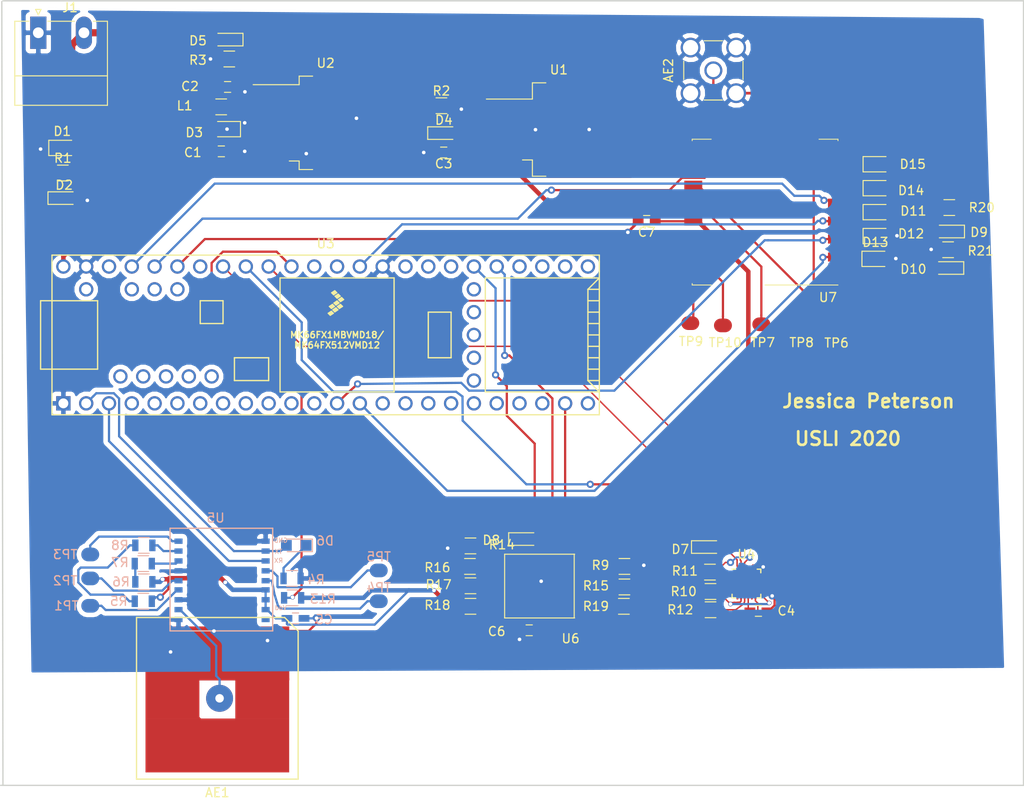
<source format=kicad_pcb>
(kicad_pcb (version 20171130) (host pcbnew "(5.0.2)-1")
  (layers (0 F.Cu signal) (31 B.Cu signal) (34 B.Paste user) (35 F.Paste user) (36 B.SilkS user) (37 F.SilkS user) (38 B.Mask user) (39 F.Mask user) (44 Edge.Cuts user))
  (net 0 "")
  (net 1 GND)
  (net 2 "Net-(AE1-Pad1)")
  (net 3 "Net-(AE2-Pad1)")
  (net 4 +5V)
  (net 5 +12V)
  (net 6 +3V3)
  (net 7 "Net-(C4-Pad1)")
  (net 8 "Net-(D2-Pad1)")
  (net 9 "Net-(D3-Pad1)")
  (net 10 "Net-(D4-Pad1)")
  (net 11 "Net-(D5-Pad1)")
  (net 12 "Net-(D6-Pad1)")
  (net 13 GPS_TXD)
  (net 14 IMU_SDA)
  (net 15 "Net-(D7-Pad1)")
  (net 16 BaromPress_SDA)
  (net 17 "Net-(D8-Pad1)")
  (net 18 "Net-(D9-Pad1)")
  (net 19 Transceiver_MOSI)
  (net 20 Transceiver_MISO)
  (net 21 "Net-(D10-Pad1)")
  (net 22 Transceiver_SCK)
  (net 23 Transceiver_CS)
  (net 24 Transceiver_RST)
  (net 25 GPS_SCL)
  (net 26 GPS_SDA)
  (net 27 "Net-(R7-Pad1)")
  (net 28 "Net-(R8-Pad1)")
  (net 29 "Net-(R11-Pad2)")
  (net 30 "Net-(R11-Pad1)")
  (net 31 "Net-(R12-Pad1)")
  (net 32 GPS_RESETN)
  (net 33 BaromPress_SCL)
  (net 34 "Net-(R16-Pad1)")
  (net 35 "Net-(R18-Pad1)")
  (net 36 BaromPress_CS)
  (net 37 "Net-(TP1-Pad1)")
  (net 38 "Net-(TP2-Pad1)")
  (net 39 "Net-(TP3-Pad1)")
  (net 40 "Net-(TP4-Pad1)")
  (net 41 "Net-(TP5-Pad1)")
  (net 42 "Net-(TP6-Pad1)")
  (net 43 "Net-(TP7-Pad1)")
  (net 44 "Net-(TP8-Pad1)")
  (net 45 "Net-(TP9-Pad1)")
  (net 46 "Net-(TP10-Pad1)")
  (net 47 "Net-(U3-Pad44)")
  (net 48 Transceiver_IRQ)
  (net 49 "Net-(U3-Pad20)")
  (net 50 IMU_SCL)
  (net 51 IMU_INT)
  (net 52 "Net-(U3-Pad15)")
  (net 53 "Net-(U3-Pad14)")
  (net 54 "Net-(U3-Pad46)")
  (net 55 GPS_RXD)
  (net 56 "Net-(U3-Pad2)")
  (net 57 "Net-(U3-Pad3)")
  (net 58 "Net-(U3-Pad4)")
  (net 59 "Net-(U3-Pad5)")
  (net 60 "Net-(U3-Pad6)")
  (net 61 "Net-(U3-Pad7)")
  (net 62 "Net-(U3-Pad8)")
  (net 63 "Net-(U3-Pad9)")
  (net 64 "Net-(U3-Pad10)")
  (net 65 "Net-(U3-Pad47)")
  (net 66 "Net-(U3-Pad39)")
  (net 67 "Net-(U3-Pad36)")
  (net 68 "Net-(U3-Pad35)")
  (net 69 "Net-(U3-Pad34)")
  (net 70 "Net-(U3-Pad33)")
  (net 71 "Net-(U3-Pad32)")
  (net 72 "Net-(U3-Pad30)")
  (net 73 "Net-(U3-Pad29)")
  (net 74 "Net-(U3-Pad41)")
  (net 75 "Net-(U3-Pad24)")
  (net 76 "Net-(U3-Pad28)")
  (net 77 "Net-(U3-Pad27)")
  (net 78 "Net-(U3-Pad26)")
  (net 79 "Net-(U3-Pad25)")
  (net 80 "Net-(U4-Pad21)")
  (net 81 "Net-(U4-Pad19)")
  (net 82 "Net-(U4-Pad11)")
  (net 83 "Net-(U4-Pad7)")
  (net 84 "Net-(U6-Pad4)")
  (module Connectors:SMA_THT_Jack_Straight (layer F.Cu) (at 140.97 58.674 90)
    (fp_text reference AE2 (at 0 -5 90) (layer F.SilkS))
    (fp_text value Antenna_Shield)
    (pad 1 thru_hole circle (at 0 0 90) (size 2 2) (drill 1.5) (layers *.Cu *.Mask) (net 3 "Net-(AE2-Pad1)"))
    (pad 2 thru_hole circle (at 2.54 2.54 90) (size 2.2 2.2) (drill 1.7) (layers *.Cu *.Mask) (net 1 GND))
    (pad 2 thru_hole circle (at 2.54 -2.54 90) (size 2.2 2.2) (drill 1.7) (layers *.Cu *.Mask) (net 1 GND))
    (pad 2 thru_hole circle (at -2.54 -2.54 90) (size 2.2 2.2) (drill 1.7) (layers *.Cu *.Mask) (net 1 GND))
    (pad 2 thru_hole circle (at -2.54 2.54 90) (size 2.2 2.2) (drill 1.7) (layers *.Cu *.Mask) (net 1 GND))
  )
  (module Capacitors_SMD:C_0603_HandSoldering (layer F.Cu) (at 86.172 67.691)
    (fp_text reference C1 (at -3.175 0.127) (layer F.SilkS))
    (fp_text value 0.47u)
    (pad 2 smd rect (at 0.95 0) (size 1.2 0.75) (layers F.Cu F.Paste F.Mask) (net 1 GND))
    (pad 1 smd rect (at -0.95 0) (size 1.2 0.75) (layers F.Cu F.Paste F.Mask) (net 4 +5V))
  )
  (module Capacitors_SMD:C_0603_HandSoldering (layer F.Cu) (at 86.868 60.518)
    (fp_text reference C2 (at -4.191 -0.066) (layer F.SilkS))
    (fp_text value C)
    (pad 2 smd rect (at 0.95 0) (size 1.2 0.75) (layers F.Cu F.Paste F.Mask) (net 1 GND))
    (pad 1 smd rect (at -0.95 0) (size 1.2 0.75) (layers F.Cu F.Paste F.Mask) (net 5 +12V))
  )
  (module Capacitors_SMD:C_0603_HandSoldering (layer F.Cu) (at 110.937 67.818 180)
    (fp_text reference C3 (at 0 -1.25 180) (layer F.SilkS))
    (fp_text value 33u)
    (pad 1 smd rect (at -0.95 0 180) (size 1.2 0.75) (layers F.Cu F.Paste F.Mask) (net 6 +3V3))
    (pad 2 smd rect (at 0.95 0 180) (size 1.2 0.75) (layers F.Cu F.Paste F.Mask) (net 1 GND))
  )
  (module Capacitors_SMD:C_0603_HandSoldering (layer F.Cu) (at 145.989 118.872)
    (fp_text reference C4 (at 3.109 0) (layer F.SilkS))
    (fp_text value 0.1u)
    (pad 1 smd rect (at -0.95 0) (size 1.2 0.75) (layers F.Cu F.Paste F.Mask) (net 7 "Net-(C4-Pad1)"))
    (pad 2 smd rect (at 0.95 0) (size 1.2 0.75) (layers F.Cu F.Paste F.Mask) (net 1 GND))
  )
  (module Capacitors_SMD:C_0603_HandSoldering (layer B.Cu) (at 94.429582 119.702055 180)
    (fp_text reference C5 (at -3.175 -0.127 180) (layer B.SilkS) (effects (justify mirror)))
    (fp_text value 0.1u)
    (pad 2 smd rect (at 0.95 0 180) (size 1.2 0.75) (layers B.Cu B.Paste B.Mask) (net 6 +3V3))
    (pad 1 smd rect (at -0.95 0 180) (size 1.2 0.75) (layers B.Cu B.Paste B.Mask) (net 1 GND))
  )
  (module Capacitors_SMD:C_0603_HandSoldering (layer F.Cu) (at 120.457 121.031 180)
    (fp_text reference C6 (at 3.622 -0.127 180) (layer F.SilkS))
    (fp_text value 0.1u)
    (pad 2 smd rect (at 0.95 0 180) (size 1.2 0.75) (layers F.Cu F.Paste F.Mask) (net 1 GND))
    (pad 1 smd rect (at -0.95 0 180) (size 1.2 0.75) (layers F.Cu F.Paste F.Mask) (net 6 +3V3))
  )
  (module Capacitors_SMD:C_0603_HandSoldering (layer F.Cu) (at 133.543 75.438 180)
    (fp_text reference C7 (at 0 -1.25 180) (layer F.SilkS))
    (fp_text value 0.1u)
    (pad 1 smd rect (at -0.95 0 180) (size 1.2 0.75) (layers F.Cu F.Paste F.Mask) (net 6 +3V3))
    (pad 2 smd rect (at 0.95 0 180) (size 1.2 0.75) (layers F.Cu F.Paste F.Mask) (net 1 GND))
  )
  (module Diodes_SMD:D_SOD-323 (layer F.Cu) (at 68.453 67.31)
    (fp_text reference D1 (at 0 -1.85) (layer F.SilkS))
    (fp_text value D)
    (pad 2 smd rect (at 1.05 0) (size 0.6 0.45) (layers F.Cu F.Paste F.Mask) (net 5 +12V))
    (pad 1 smd rect (at -1.05 0) (size 0.6 0.45) (layers F.Cu F.Paste F.Mask) (net 1 GND))
  )
  (module LEDs:LED_0805 (layer F.Cu) (at 68.664 72.898)
    (fp_text reference D2 (at 0 -1.45) (layer F.SilkS))
    (fp_text value LED)
    (pad 1 smd rect (at -1.1 0 180) (size 1.2 1.2) (layers F.Cu F.Paste F.Mask) (net 8 "Net-(D2-Pad1)"))
    (pad 2 smd rect (at 1.1 0 180) (size 1.2 1.2) (layers F.Cu F.Paste F.Mask) (net 1 GND))
  )
  (module Diodes_SMD:D_SOD-323 (layer F.Cu) (at 86.803885 65.216 180)
    (fp_text reference D3 (at 3.649 -0.381 180) (layer F.SilkS))
    (fp_text value D_Schottky)
    (pad 2 smd rect (at 1.05 0 180) (size 0.6 0.45) (layers F.Cu F.Paste F.Mask) (net 1 GND))
    (pad 1 smd rect (at -1.05 0 180) (size 0.6 0.45) (layers F.Cu F.Paste F.Mask) (net 9 "Net-(D3-Pad1)"))
  )
  (module LEDs:LED_0805 (layer F.Cu) (at 110.955 65.659)
    (fp_text reference D4 (at 0 -1.45) (layer F.SilkS))
    (fp_text value LED)
    (pad 2 smd rect (at 1.1 0 180) (size 1.2 1.2) (layers F.Cu F.Paste F.Mask) (net 6 +3V3))
    (pad 1 smd rect (at -1.1 0 180) (size 1.2 1.2) (layers F.Cu F.Paste F.Mask) (net 10 "Net-(D4-Pad1)"))
  )
  (module LEDs:LED_0805 (layer F.Cu) (at 86.784 55.245 180)
    (fp_text reference D5 (at 3.218 -0.127 180) (layer F.SilkS))
    (fp_text value LED)
    (pad 1 smd rect (at -1.1 0) (size 1.2 1.2) (layers F.Cu F.Paste F.Mask) (net 11 "Net-(D5-Pad1)"))
    (pad 2 smd rect (at 1.1 0) (size 1.2 1.2) (layers F.Cu F.Paste F.Mask) (net 4 +5V))
  )
  (module LEDs:LED_0805 (layer B.Cu) (at 94.513582 111.574055 180)
    (fp_text reference D6 (at -3.218 0.508 180) (layer B.SilkS) (effects (justify mirror)))
    (fp_text value LED)
    (pad 1 smd rect (at -1.1 0) (size 1.2 1.2) (layers B.Cu B.Paste B.Mask) (net 12 "Net-(D6-Pad1)"))
    (pad 2 smd rect (at 1.1 0) (size 1.2 1.2) (layers B.Cu B.Paste B.Mask) (net 13 GPS_TXD))
  )
  (module LEDs:LED_0805 (layer F.Cu) (at 140.335 111.76)
    (fp_text reference D7 (at -3.048 0.254) (layer F.SilkS))
    (fp_text value LED)
    (pad 2 smd rect (at 1.1 0 180) (size 1.2 1.2) (layers F.Cu F.Paste F.Mask) (net 14 IMU_SDA))
    (pad 1 smd rect (at -1.1 0 180) (size 1.2 1.2) (layers F.Cu F.Paste F.Mask) (net 15 "Net-(D7-Pad1)"))
  )
  (module LEDs:LED_0805 (layer F.Cu) (at 119.972 110.871)
    (fp_text reference D8 (at -3.726 0.127) (layer F.SilkS))
    (fp_text value LED)
    (pad 2 smd rect (at 1.1 0 180) (size 1.2 1.2) (layers F.Cu F.Paste F.Mask) (net 16 BaromPress_SDA))
    (pad 1 smd rect (at -1.1 0 180) (size 1.2 1.2) (layers F.Cu F.Paste F.Mask) (net 17 "Net-(D8-Pad1)"))
  )
  (module LEDs:LED_0805 (layer F.Cu) (at 167.137188 76.618338 180)
    (fp_text reference D9 (at -3.423812 -0.089662 180) (layer F.SilkS))
    (fp_text value LED)
    (pad 1 smd rect (at -1.1 0) (size 1.2 1.2) (layers F.Cu F.Paste F.Mask) (net 18 "Net-(D9-Pad1)"))
    (pad 2 smd rect (at 1.1 0) (size 1.2 1.2) (layers F.Cu F.Paste F.Mask) (net 19 Transceiver_MOSI))
  )
  (module LEDs:LED_0805 (layer F.Cu) (at 167.053188 80.682338 180)
    (fp_text reference D10 (at 3.81 -0.127 180) (layer F.SilkS))
    (fp_text value LED)
    (pad 2 smd rect (at 1.1 0) (size 1.2 1.2) (layers F.Cu F.Paste F.Mask) (net 20 Transceiver_MISO))
    (pad 1 smd rect (at -1.1 0) (size 1.2 1.2) (layers F.Cu F.Paste F.Mask) (net 21 "Net-(D10-Pad1)"))
  )
  (module Diodes_SMD:D_SOD-323 (layer F.Cu) (at 159.145188 74.459338)
    (fp_text reference D11 (at 4.098 -0.127) (layer F.SilkS))
    (fp_text value D_Zener)
    (pad 1 smd rect (at -1.05 0) (size 0.6 0.45) (layers F.Cu F.Paste F.Mask) (net 22 Transceiver_SCK))
    (pad 2 smd rect (at 1.05 0) (size 0.6 0.45) (layers F.Cu F.Paste F.Mask) (net 1 GND))
  )
  (module Diodes_SMD:D_SOD-323 (layer F.Cu) (at 159.145188 77.126338)
    (fp_text reference D12 (at 3.844 -0.254) (layer F.SilkS))
    (fp_text value D_Zener)
    (pad 2 smd rect (at 1.05 0) (size 0.6 0.45) (layers F.Cu F.Paste F.Mask) (net 1 GND))
    (pad 1 smd rect (at -1.05 0) (size 0.6 0.45) (layers F.Cu F.Paste F.Mask) (net 19 Transceiver_MOSI))
  )
  (module Diodes_SMD:D_SOD-323 (layer F.Cu) (at 159.018188 79.666338)
    (fp_text reference D13 (at 0 -1.85) (layer F.SilkS))
    (fp_text value D_Zener)
    (pad 1 smd rect (at -1.05 0) (size 0.6 0.45) (layers F.Cu F.Paste F.Mask) (net 20 Transceiver_MISO))
    (pad 2 smd rect (at 1.05 0) (size 0.6 0.45) (layers F.Cu F.Paste F.Mask) (net 1 GND))
  )
  (module Diodes_SMD:D_SOD-323 (layer F.Cu) (at 159.145188 71.792338)
    (fp_text reference D14 (at 3.844 0.254) (layer F.SilkS))
    (fp_text value D_Zener)
    (pad 2 smd rect (at 1.05 0) (size 0.6 0.45) (layers F.Cu F.Paste F.Mask) (net 1 GND))
    (pad 1 smd rect (at -1.05 0) (size 0.6 0.45) (layers F.Cu F.Paste F.Mask) (net 23 Transceiver_CS))
  )
  (module Diodes_SMD:D_SOD-323 (layer F.Cu) (at 159.145188 69.125338)
    (fp_text reference D15 (at 4.03 0) (layer F.SilkS))
    (fp_text value D_Zener)
    (pad 1 smd rect (at -1.05 0) (size 0.6 0.45) (layers F.Cu F.Paste F.Mask) (net 24 Transceiver_RST))
    (pad 2 smd rect (at 1.05 0) (size 0.6 0.45) (layers F.Cu F.Paste F.Mask) (net 1 GND))
  )
  (module Connectors_Phoenix:PhoenixContact_MC-G_02x5.08mm_Angled (layer F.Cu) (at 65.786 54.483)
    (fp_text reference J1 (at 3.54 -2.8) (layer F.SilkS))
    (fp_text value Conn_01x02_Male)
    (pad 2 thru_hole oval (at 5.08 0) (size 1.8 3.6) (drill 1.2) (layers *.Cu *.Mask) (net 5 +12V))
    (pad 1 thru_hole rect (at 0 0) (size 1.8 3.6) (drill 1.2) (layers *.Cu *.Mask) (net 1 GND))
  )
  (module Inductors_SMD:L_0805_HandSoldering (layer F.Cu) (at 86.153 62.738 180)
    (fp_text reference L1 (at 4.064 0.127 180) (layer F.SilkS))
    (fp_text value L)
    (pad 2 smd rect (at 1.35 0 180) (size 1.5 1.3) (layers F.Cu F.Paste F.Mask) (net 4 +5V))
    (pad 1 smd rect (at -1.35 0 180) (size 1.5 1.3) (layers F.Cu F.Paste F.Mask) (net 9 "Net-(D3-Pad1)"))
  )
  (module Resistors_SMD:R_0805 (layer F.Cu) (at 68.519 70.104)
    (fp_text reference R1 (at 0 -1.65) (layer F.SilkS))
    (fp_text value 1K)
    (pad 1 smd rect (at -0.95 0) (size 0.7 1.3) (layers F.Cu F.Paste F.Mask) (net 8 "Net-(D2-Pad1)"))
    (pad 2 smd rect (at 0.95 0) (size 0.7 1.3) (layers F.Cu F.Paste F.Mask) (net 5 +12V))
  )
  (module Resistors_SMD:R_0805 (layer F.Cu) (at 110.683 62.611)
    (fp_text reference R2 (at 0 -1.65) (layer F.SilkS))
    (fp_text value 500)
    (pad 2 smd rect (at 0.95 0) (size 0.7 1.3) (layers F.Cu F.Paste F.Mask) (net 1 GND))
    (pad 1 smd rect (at -0.95 0) (size 0.7 1.3) (layers F.Cu F.Paste F.Mask) (net 10 "Net-(D4-Pad1)"))
  )
  (module Resistors_SMD:R_0805 (layer F.Cu) (at 87.056 57.404 180)
    (fp_text reference R3 (at 3.495 -0.127 180) (layer F.SilkS))
    (fp_text value 500)
    (pad 2 smd rect (at 0.95 0 180) (size 0.7 1.3) (layers F.Cu F.Paste F.Mask) (net 1 GND))
    (pad 1 smd rect (at -0.95 0 180) (size 0.7 1.3) (layers F.Cu F.Paste F.Mask) (net 11 "Net-(D5-Pad1)"))
  )
  (module Resistors_SMD:R_0805 (layer B.Cu) (at 94.048582 115.257055)
    (fp_text reference R4 (at 2.667 0.127) (layer B.SilkS) (effects (justify mirror)))
    (fp_text value 500)
    (pad 2 smd rect (at 0.95 0) (size 0.7 1.3) (layers B.Cu B.Paste B.Mask) (net 1 GND))
    (pad 1 smd rect (at -0.95 0) (size 0.7 1.3) (layers B.Cu B.Paste B.Mask) (net 12 "Net-(D6-Pad1)"))
  )
  (module Resistors_SMD:R_0805 (layer B.Cu) (at 77.477582 117.797055 180)
    (fp_text reference R5 (at 2.733 0 180) (layer B.SilkS) (effects (justify mirror)))
    (fp_text value R_US)
    (pad 1 smd rect (at -0.95 0 180) (size 0.7 1.3) (layers B.Cu B.Paste B.Mask) (net 6 +3V3))
    (pad 2 smd rect (at 0.95 0 180) (size 0.7 1.3) (layers B.Cu B.Paste B.Mask) (net 25 GPS_SCL))
  )
  (module Resistors_SMD:R_0805 (layer B.Cu) (at 77.538582 115.638055 180)
    (fp_text reference R6 (at 2.54 0 180) (layer B.SilkS) (effects (justify mirror)))
    (fp_text value R_US)
    (pad 2 smd rect (at 0.95 0 180) (size 0.7 1.3) (layers B.Cu B.Paste B.Mask) (net 26 GPS_SDA))
    (pad 1 smd rect (at -0.95 0 180) (size 0.7 1.3) (layers B.Cu B.Paste B.Mask) (net 6 +3V3))
  )
  (module Resistors_SMD:R_0805 (layer B.Cu) (at 77.477582 113.606055 180)
    (fp_text reference R7 (at 2.601 0.127 180) (layer B.SilkS) (effects (justify mirror)))
    (fp_text value 22)
    (pad 1 smd rect (at -0.95 0 180) (size 0.7 1.3) (layers B.Cu B.Paste B.Mask) (net 27 "Net-(R7-Pad1)"))
    (pad 2 smd rect (at 0.95 0 180) (size 0.7 1.3) (layers B.Cu B.Paste B.Mask) (net 26 GPS_SDA))
  )
  (module Resistors_SMD:R_0805 (layer B.Cu) (at 77.538582 111.574055 180)
    (fp_text reference R8 (at 2.667 0 180) (layer B.SilkS) (effects (justify mirror)))
    (fp_text value 22)
    (pad 2 smd rect (at 0.95 0 180) (size 0.7 1.3) (layers B.Cu B.Paste B.Mask) (net 25 GPS_SCL))
    (pad 1 smd rect (at -0.95 0 180) (size 0.7 1.3) (layers B.Cu B.Paste B.Mask) (net 28 "Net-(R8-Pad1)"))
  )
  (module Resistors_SMD:R_0805 (layer F.Cu) (at 131.064 113.919)
    (fp_text reference R9 (at -2.667 -0.127) (layer F.SilkS))
    (fp_text value 500)
    (pad 1 smd rect (at -0.95 0) (size 0.7 1.3) (layers F.Cu F.Paste F.Mask) (net 15 "Net-(D7-Pad1)"))
    (pad 2 smd rect (at 0.95 0) (size 0.7 1.3) (layers F.Cu F.Paste F.Mask) (net 1 GND))
  )
  (module Resistors_SMD:R_0805 (layer F.Cu) (at 140.65 116.713)
    (fp_text reference R10 (at -2.987 0) (layer F.SilkS))
    (fp_text value 2.2K)
    (pad 1 smd rect (at -0.95 0) (size 0.7 1.3) (layers F.Cu F.Paste F.Mask) (net 14 IMU_SDA))
    (pad 2 smd rect (at 0.95 0) (size 0.7 1.3) (layers F.Cu F.Paste F.Mask) (net 6 +3V3))
  )
  (module Resistors_SMD:R_0805 (layer F.Cu) (at 140.589 114.554)
    (fp_text reference R11 (at -2.794 -0.127) (layer F.SilkS))
    (fp_text value 22)
    (pad 2 smd rect (at 0.95 0) (size 0.7 1.3) (layers F.Cu F.Paste F.Mask) (net 29 "Net-(R11-Pad2)"))
    (pad 1 smd rect (at -0.95 0) (size 0.7 1.3) (layers F.Cu F.Paste F.Mask) (net 30 "Net-(R11-Pad1)"))
  )
  (module Resistors_SMD:R_0805 (layer F.Cu) (at 140.655 118.745 180)
    (fp_text reference R12 (at 3.368 0 180) (layer F.SilkS))
    (fp_text value 2.2K)
    (pad 1 smd rect (at -0.95 0 180) (size 0.7 1.3) (layers F.Cu F.Paste F.Mask) (net 31 "Net-(R12-Pad1)"))
    (pad 2 smd rect (at 0.95 0 180) (size 0.7 1.3) (layers F.Cu F.Paste F.Mask) (net 6 +3V3))
  )
  (module Resistors_SMD:R_0805 (layer B.Cu) (at 94.109582 117.416055 180)
    (fp_text reference R13 (at -3.368 -0.127 180) (layer B.SilkS) (effects (justify mirror)))
    (fp_text value R_US)
    (pad 1 smd rect (at -0.95 0 180) (size 0.7 1.3) (layers B.Cu B.Paste B.Mask) (net 6 +3V3))
    (pad 2 smd rect (at 0.95 0 180) (size 0.7 1.3) (layers B.Cu B.Paste B.Mask) (net 32 GPS_RESETN))
  )
  (module Resistors_SMD:R_0805 (layer F.Cu) (at 113.919 111.633 180)
    (fp_text reference R14 (at -3.495 0.127 180) (layer F.SilkS))
    (fp_text value 500)
    (pad 2 smd rect (at 0.95 0 180) (size 0.7 1.3) (layers F.Cu F.Paste F.Mask) (net 1 GND))
    (pad 1 smd rect (at -0.95 0 180) (size 0.7 1.3) (layers F.Cu F.Paste F.Mask) (net 17 "Net-(D8-Pad1)"))
  )
  (module Resistors_SMD:R_0805 (layer F.Cu) (at 131.064 116.205 180)
    (fp_text reference R15 (at 3.175 0.127 180) (layer F.SilkS))
    (fp_text value 2.2K)
    (pad 2 smd rect (at 0.95 0 180) (size 0.7 1.3) (layers F.Cu F.Paste F.Mask) (net 33 BaromPress_SCL))
    (pad 1 smd rect (at -0.95 0 180) (size 0.7 1.3) (layers F.Cu F.Paste F.Mask) (net 6 +3V3))
  )
  (module Resistors_SMD:R_0805 (layer F.Cu) (at 113.858 113.919 180)
    (fp_text reference R16 (at 3.622 -0.127 180) (layer F.SilkS))
    (fp_text value 2.2K)
    (pad 2 smd rect (at 0.95 0 180) (size 0.7 1.3) (layers F.Cu F.Paste F.Mask) (net 6 +3V3))
    (pad 1 smd rect (at -0.95 0 180) (size 0.7 1.3) (layers F.Cu F.Paste F.Mask) (net 34 "Net-(R16-Pad1)"))
  )
  (module Resistors_SMD:R_0805 (layer F.Cu) (at 113.919 116.078)
    (fp_text reference R17 (at -3.556 -0.127) (layer F.SilkS))
    (fp_text value 2.2K)
    (pad 1 smd rect (at -0.95 0) (size 0.7 1.3) (layers F.Cu F.Paste F.Mask) (net 6 +3V3))
    (pad 2 smd rect (at 0.95 0) (size 0.7 1.3) (layers F.Cu F.Paste F.Mask) (net 16 BaromPress_SDA))
  )
  (module Resistors_SMD:R_0805 (layer F.Cu) (at 113.919 118.364)
    (fp_text reference R18 (at -3.683 -0.127) (layer F.SilkS))
    (fp_text value 10K)
    (pad 1 smd rect (at -0.95 0) (size 0.7 1.3) (layers F.Cu F.Paste F.Mask) (net 35 "Net-(R18-Pad1)"))
    (pad 2 smd rect (at 0.95 0) (size 0.7 1.3) (layers F.Cu F.Paste F.Mask) (net 6 +3V3))
  )
  (module Resistors_SMD:R_0805 (layer F.Cu) (at 131.003 118.364 180)
    (fp_text reference R19 (at 3.114 0 180) (layer F.SilkS))
    (fp_text value 10K)
    (pad 2 smd rect (at 0.95 0 180) (size 0.7 1.3) (layers F.Cu F.Paste F.Mask) (net 36 BaromPress_CS))
    (pad 1 smd rect (at -0.95 0 180) (size 0.7 1.3) (layers F.Cu F.Paste F.Mask) (net 6 +3V3))
  )
  (module Resistors_SMD:R_0805 (layer F.Cu) (at 167.246188 73.951338 180)
    (fp_text reference R20 (at -3.617 0 180) (layer F.SilkS))
    (fp_text value 500)
    (pad 1 smd rect (at -0.95 0 180) (size 0.7 1.3) (layers F.Cu F.Paste F.Mask) (net 18 "Net-(D9-Pad1)"))
    (pad 2 smd rect (at 0.95 0 180) (size 0.7 1.3) (layers F.Cu F.Paste F.Mask) (net 1 GND))
  )
  (module Resistors_SMD:R_0805 (layer F.Cu) (at 167.114188 78.650338 180)
    (fp_text reference R21 (at -3.622 -0.127 180) (layer F.SilkS))
    (fp_text value 500)
    (pad 2 smd rect (at 0.95 0 180) (size 0.7 1.3) (layers F.Cu F.Paste F.Mask) (net 1 GND))
    (pad 1 smd rect (at -0.95 0 180) (size 0.7 1.3) (layers F.Cu F.Paste F.Mask) (net 21 "Net-(D10-Pad1)"))
  )
  (module TestPoints:TestPoint (layer B.Cu) (at 71.569582 118.305055 270)
    (fp_text reference TP1 (at 0 2.667 180) (layer B.SilkS) (effects (justify mirror)))
    (fp_text value TestPoint)
    (pad 1 smd oval (at 0 0 270) (size 1.524 2) (layers B.Cu B.Paste B.Mask) (net 37 "Net-(TP1-Pad1)"))
  )
  (module TestPoints:TestPoint (layer B.Cu) (at 71.569582 115.257055 270)
    (fp_text reference TP2 (at 0.254 2.794 180) (layer B.SilkS) (effects (justify mirror)))
    (fp_text value TestPoint)
    (pad 1 smd oval (at 0 0 270) (size 1.524 2) (layers B.Cu B.Paste B.Mask) (net 38 "Net-(TP2-Pad1)"))
  )
  (module TestPoints:TestPoint (layer B.Cu) (at 71.569582 112.590055 270)
    (fp_text reference TP3 (at 0 2.794 180) (layer B.SilkS) (effects (justify mirror)))
    (fp_text value TestPoint)
    (pad 1 smd oval (at 0 0 270) (size 1.524 2) (layers B.Cu B.Paste B.Mask) (net 39 "Net-(TP3-Pad1)"))
  )
  (module TestPoints:TestPoint (layer B.Cu) (at 103.700582 117.797055 270)
    (fp_text reference TP4 (at -1.524 0 180) (layer B.SilkS) (effects (justify mirror)))
    (fp_text value TestPoint)
    (pad 1 smd oval (at 0 0 270) (size 1.524 2) (layers B.Cu B.Paste B.Mask) (net 40 "Net-(TP4-Pad1)"))
  )
  (module TestPoints:TestPoint (layer B.Cu) (at 103.700582 114.368055 270)
    (fp_text reference TP5 (at -1.524 0 180) (layer B.SilkS) (effects (justify mirror)))
    (fp_text value TestPoint)
    (pad 1 smd oval (at 0 0 270) (size 1.524 2) (layers B.Cu B.Paste B.Mask) (net 41 "Net-(TP5-Pad1)"))
  )
  (module TestPoints:TestPoint (layer F.Cu) (at 154.686 86.995 270)
    (fp_text reference TP6 (at 2.032 0) (layer F.SilkS))
    (fp_text value TestPoint)
    (pad 1 smd oval (at 0 0 270) (size 1.524 2) (layers F.Cu F.Paste F.Mask) (net 42 "Net-(TP6-Pad1)"))
  )
  (module TestPoints:TestPoint (layer F.Cu) (at 146.312965 86.951571 90)
    (fp_text reference TP7 (at -2.032 0.169334 180) (layer F.SilkS))
    (fp_text value TestPoint)
    (pad 1 smd oval (at 0 0 90) (size 1.524 2) (layers F.Cu F.Paste F.Mask) (net 43 "Net-(TP7-Pad1)"))
  )
  (module TestPoints:TestPoint (layer F.Cu) (at 150.927299 86.951571 90)
    (fp_text reference TP8 (at -2.032 -0.127 180) (layer F.SilkS))
    (fp_text value TestPoint)
    (pad 1 smd oval (at 0 0 90) (size 1.524 2) (layers F.Cu F.Paste F.Mask) (net 44 "Net-(TP8-Pad1)"))
  )
  (module TestPoints:TestPoint (layer F.Cu) (at 138.396632 86.824571 90)
    (fp_text reference TP9 (at -2.032 0.084667 180) (layer F.SilkS))
    (fp_text value TestPoint)
    (pad 1 smd oval (at 0 0 90) (size 1.524 2) (layers F.Cu F.Paste F.Mask) (net 45 "Net-(TP9-Pad1)"))
  )
  (module TestPoints:TestPoint (layer F.Cu) (at 142.037299 87.078571 90)
    (fp_text reference TP10 (at -1.905 0.254 180) (layer F.SilkS))
    (fp_text value TestPoint)
    (pad 1 smd oval (at 0 0 90) (size 1.524 2) (layers F.Cu F.Paste F.Mask) (net 46 "Net-(TP10-Pad1)"))
  )
  (module TO_SOT_Packages_SMD:TO-263-3_TabPin2 (layer F.Cu) (at 123.764 65.259)
    (fp_text reference U1 (at 0 -6.65) (layer F.SilkS))
    (fp_text value LM3940)
    (pad 2 smd rect (at 0.95 2.775) (size 4.55 5.25) (layers F.Cu F.Paste) (net 1 GND))
    (pad 2 smd rect (at 5.8 -2.775) (size 4.55 5.25) (layers F.Cu F.Paste) (net 1 GND))
    (pad 2 smd rect (at 0.95 -2.775) (size 4.55 5.25) (layers F.Cu F.Paste) (net 1 GND))
    (pad 2 smd rect (at 5.8 2.775) (size 4.55 5.25) (layers F.Cu F.Paste) (net 1 GND))
    (pad 2 smd rect (at 3.375 0) (size 9.4 10.8) (layers F.Cu F.Mask) (net 1 GND))
    (pad 3 smd rect (at -5.775 2.54) (size 4.6 1.1) (layers F.Cu F.Paste F.Mask) (net 6 +3V3))
    (pad 2 smd rect (at -5.775 0) (size 4.6 1.1) (layers F.Cu F.Paste F.Mask) (net 1 GND))
    (pad 1 smd rect (at -5.775 -2.54) (size 4.6 1.1) (layers F.Cu F.Paste F.Mask) (net 4 +5V))
  )
  (module Teensy3.6:Teensy35_36 (layer F.Cu) (at 97.79 88.138)
    (fp_text reference U3 (at 0 -10.16) (layer F.SilkS))
    (fp_text value Teensy_3.6)
    (fp_text user MK64FX512VMD12 (at 1.27 1.143) (layer F.SilkS) (effects (font (size 0.7 0.7))))
    (fp_text user MK66FX1MBVMD18/ (at 1.27 0) (layer F.SilkS) (effects (font (size 0.7 0.7))))
    (pad 62 thru_hole circle (at -12.7 4.62) (size 1.6 1.6) (drill 1.1) (layers *.Cu *.Mask))
    (pad 61 thru_hole circle (at -15.24 4.62) (size 1.6 1.6) (drill 1.1) (layers *.Cu *.Mask))
    (pad 60 thru_hole circle (at -17.78 4.62) (size 1.6 1.6) (drill 1.1) (layers *.Cu *.Mask))
    (pad 59 thru_hole circle (at -20.32 4.62) (size 1.6 1.6) (drill 1.1) (layers *.Cu *.Mask))
    (pad 58 thru_hole circle (at -22.86 4.62) (size 1.6 1.6) (drill 1.1) (layers *.Cu *.Mask))
    (pad 57 thru_hole circle (at -16.51 -5.08) (size 1.6 1.6) (drill 1.1) (layers *.Cu *.Mask))
    (pad 56 thru_hole circle (at -19.05 -5.08) (size 1.6 1.6) (drill 1.1) (layers *.Cu *.Mask))
    (pad 55 thru_hole circle (at -21.59 -5.08) (size 1.6 1.6) (drill 1.1) (layers *.Cu *.Mask))
    (pad 54 thru_hole circle (at -26.67 -5.08) (size 1.6 1.6) (drill 1.1) (layers *.Cu *.Mask))
    (pad 42 thru_hole circle (at -29.21 -7.62) (size 1.6 1.6) (drill 1.1) (layers *.Cu *.Mask) (net 4 +5V))
    (pad 43 thru_hole circle (at -26.67 -7.62) (size 1.6 1.6) (drill 1.1) (layers *.Cu *.Mask) (net 1 GND))
    (pad 44 thru_hole circle (at -24.13 -7.62) (size 1.6 1.6) (drill 1.1) (layers *.Cu *.Mask) (net 47 "Net-(U3-Pad44)"))
    (pad 23 thru_hole circle (at -21.59 -7.62) (size 1.6 1.6) (drill 1.1) (layers *.Cu *.Mask) (net 23 Transceiver_CS))
    (pad 22 thru_hole circle (at -19.05 -7.62) (size 1.6 1.6) (drill 1.1) (layers *.Cu *.Mask) (net 24 Transceiver_RST))
    (pad 21 thru_hole circle (at -16.51 -7.62) (size 1.6 1.6) (drill 1.1) (layers *.Cu *.Mask) (net 48 Transceiver_IRQ))
    (pad 20 thru_hole circle (at -13.97 -7.62) (size 1.6 1.6) (drill 1.1) (layers *.Cu *.Mask) (net 49 "Net-(U3-Pad20)"))
    (pad 19 thru_hole circle (at -11.43 -7.62) (size 1.6 1.6) (drill 1.1) (layers *.Cu *.Mask) (net 50 IMU_SCL))
    (pad 18 thru_hole circle (at -8.89 -7.62) (size 1.6 1.6) (drill 1.1) (layers *.Cu *.Mask) (net 14 IMU_SDA))
    (pad 17 thru_hole circle (at -6.35 -7.62) (size 1.6 1.6) (drill 1.1) (layers *.Cu *.Mask) (net 51 IMU_INT))
    (pad 16 thru_hole circle (at -3.81 -7.62) (size 1.6 1.6) (drill 1.1) (layers *.Cu *.Mask) (net 32 GPS_RESETN))
    (pad 15 thru_hole circle (at -1.27 -7.62) (size 1.6 1.6) (drill 1.1) (layers *.Cu *.Mask) (net 52 "Net-(U3-Pad15)"))
    (pad 14 thru_hole circle (at 1.27 -7.62) (size 1.6 1.6) (drill 1.1) (layers *.Cu *.Mask) (net 53 "Net-(U3-Pad14)"))
    (pad 13 thru_hole circle (at 3.81 -7.62) (size 1.6 1.6) (drill 1.1) (layers *.Cu *.Mask) (net 22 Transceiver_SCK))
    (pad 45 thru_hole circle (at 6.35 -7.62) (size 1.6 1.6) (drill 1.1) (layers *.Cu *.Mask) (net 1 GND))
    (pad 46 thru_hole circle (at 8.89 -7.62) (size 1.6 1.6) (drill 1.1) (layers *.Cu *.Mask) (net 54 "Net-(U3-Pad46)"))
    (pad 40 thru_hole rect (at -29.21 7.62) (size 1.6 1.6) (drill 1.1) (layers *.Cu *.Mask) (net 1 GND))
    (pad 0 thru_hole circle (at -26.67 7.62) (size 1.6 1.6) (drill 1.1) (layers *.Cu *.Mask) (net 13 GPS_TXD))
    (pad 1 thru_hole circle (at -24.13 7.62) (size 1.6 1.6) (drill 1.1) (layers *.Cu *.Mask) (net 55 GPS_RXD))
    (pad 2 thru_hole circle (at -21.59 7.62) (size 1.6 1.6) (drill 1.1) (layers *.Cu *.Mask) (net 56 "Net-(U3-Pad2)"))
    (pad 3 thru_hole circle (at -19.05 7.62) (size 1.6 1.6) (drill 1.1) (layers *.Cu *.Mask) (net 57 "Net-(U3-Pad3)"))
    (pad 4 thru_hole circle (at -16.51 7.62) (size 1.6 1.6) (drill 1.1) (layers *.Cu *.Mask) (net 58 "Net-(U3-Pad4)"))
    (pad 5 thru_hole circle (at -13.97 7.62) (size 1.6 1.6) (drill 1.1) (layers *.Cu *.Mask) (net 59 "Net-(U3-Pad5)"))
    (pad 6 thru_hole circle (at -11.43 7.62) (size 1.6 1.6) (drill 1.1) (layers *.Cu *.Mask) (net 60 "Net-(U3-Pad6)"))
    (pad 7 thru_hole circle (at -8.89 7.62) (size 1.6 1.6) (drill 1.1) (layers *.Cu *.Mask) (net 61 "Net-(U3-Pad7)"))
    (pad 8 thru_hole circle (at -6.35 7.62) (size 1.6 1.6) (drill 1.1) (layers *.Cu *.Mask) (net 62 "Net-(U3-Pad8)"))
    (pad 9 thru_hole circle (at -3.81 7.62) (size 1.6 1.6) (drill 1.1) (layers *.Cu *.Mask) (net 63 "Net-(U3-Pad9)"))
    (pad 10 thru_hole circle (at -1.27 7.62) (size 1.6 1.6) (drill 1.1) (layers *.Cu *.Mask) (net 64 "Net-(U3-Pad10)"))
    (pad 11 thru_hole circle (at 1.27 7.62) (size 1.6 1.6) (drill 1.1) (layers *.Cu *.Mask) (net 19 Transceiver_MOSI))
    (pad 47 thru_hole circle (at 11.43 -7.62) (size 1.6 1.6) (drill 1.1) (layers *.Cu *.Mask) (net 65 "Net-(U3-Pad47)"))
    (pad 39 thru_hole circle (at 13.97 -7.62) (size 1.6 1.6) (drill 1.1) (layers *.Cu *.Mask) (net 66 "Net-(U3-Pad39)"))
    (pad 38 thru_hole circle (at 16.51 -7.62) (size 1.6 1.6) (drill 1.1) (layers *.Cu *.Mask) (net 16 BaromPress_SDA))
    (pad 37 thru_hole circle (at 19.05 -7.62) (size 1.6 1.6) (drill 1.1) (layers *.Cu *.Mask) (net 33 BaromPress_SCL))
    (pad 36 thru_hole circle (at 21.59 -7.62) (size 1.6 1.6) (drill 1.1) (layers *.Cu *.Mask) (net 67 "Net-(U3-Pad36)"))
    (pad 35 thru_hole circle (at 24.13 -7.62) (size 1.6 1.6) (drill 1.1) (layers *.Cu *.Mask) (net 68 "Net-(U3-Pad35)"))
    (pad 34 thru_hole circle (at 26.67 -7.62) (size 1.6 1.6) (drill 1.1) (layers *.Cu *.Mask) (net 69 "Net-(U3-Pad34)"))
    (pad 33 thru_hole circle (at 29.21 -7.62) (size 1.6 1.6) (drill 1.1) (layers *.Cu *.Mask) (net 70 "Net-(U3-Pad33)"))
    (pad 63 thru_hole circle (at 16.51 -5.08) (size 1.6 1.6) (drill 1.1) (layers *.Cu *.Mask))
    (pad 64 thru_hole circle (at 16.51 -2.54) (size 1.6 1.6) (drill 1.1) (layers *.Cu *.Mask))
    (pad 65 thru_hole circle (at 16.51 0) (size 1.6 1.6) (drill 1.1) (layers *.Cu *.Mask))
    (pad 66 thru_hole circle (at 16.51 2.54) (size 1.6 1.6) (drill 1.1) (layers *.Cu *.Mask))
    (pad 67 thru_hole circle (at 16.51 5.08) (size 1.6 1.6) (drill 1.1) (layers *.Cu *.Mask))
    (pad 32 thru_hole circle (at 29.21 7.62) (size 1.6 1.6) (drill 1.1) (layers *.Cu *.Mask) (net 71 "Net-(U3-Pad32)"))
    (pad 31 thru_hole circle (at 26.67 7.62) (size 1.6 1.6) (drill 1.1) (layers *.Cu *.Mask) (net 36 BaromPress_CS))
    (pad 30 thru_hole circle (at 24.13 7.62) (size 1.6 1.6) (drill 1.1) (layers *.Cu *.Mask) (net 72 "Net-(U3-Pad30)"))
    (pad 29 thru_hole circle (at 21.59 7.62) (size 1.6 1.6) (drill 1.1) (layers *.Cu *.Mask) (net 73 "Net-(U3-Pad29)"))
    (pad 12 thru_hole circle (at 3.81 7.62) (size 1.6 1.6) (drill 1.1) (layers *.Cu *.Mask) (net 20 Transceiver_MISO))
    (pad 41 thru_hole circle (at 6.35 7.62) (size 1.6 1.6) (drill 1.1) (layers *.Cu *.Mask) (net 74 "Net-(U3-Pad41)"))
    (pad 24 thru_hole circle (at 8.89 7.62) (size 1.6 1.6) (drill 1.1) (layers *.Cu *.Mask) (net 75 "Net-(U3-Pad24)"))
    (pad 28 thru_hole circle (at 19.05 7.62) (size 1.6 1.6) (drill 1.1) (layers *.Cu *.Mask) (net 76 "Net-(U3-Pad28)"))
    (pad 27 thru_hole circle (at 16.51 7.62) (size 1.6 1.6) (drill 1.1) (layers *.Cu *.Mask) (net 77 "Net-(U3-Pad27)"))
    (pad 26 thru_hole circle (at 13.97 7.62) (size 1.6 1.6) (drill 1.1) (layers *.Cu *.Mask) (net 78 "Net-(U3-Pad26)"))
    (pad 25 thru_hole circle (at 11.43 7.62) (size 1.6 1.6) (drill 1.1) (layers *.Cu *.Mask) (net 79 "Net-(U3-Pad25)"))
  )
  (module Housings_DFN_QFN:QFN-24-1EP_3x3mm_Pitch0.4mm (layer F.Cu) (at 144.653 115.824)
    (fp_text reference U4 (at 0 -3.25) (layer F.SilkS))
    (fp_text value MPU-9250)
    (pad 25 smd rect (at -0.435 -0.4) (size 0.875 0.8) (layers F.Cu F.Paste F.Mask))
    (pad 25 smd rect (at -0.435 0.4) (size 0.875 0.8) (layers F.Cu F.Paste F.Mask))
    (pad 25 smd rect (at 0.435 -0.4) (size 0.875 0.8) (layers F.Cu F.Paste F.Mask))
    (pad 25 smd rect (at 0.435 0.4) (size 0.875 0.8) (layers F.Cu F.Paste F.Mask))
    (pad 24 smd rect (at -1 -1.5 90) (size 0.55 0.2) (layers F.Cu F.Paste F.Mask) (net 14 IMU_SDA))
    (pad 23 smd rect (at -0.6 -1.5 90) (size 0.55 0.2) (layers F.Cu F.Paste F.Mask) (net 50 IMU_SCL))
    (pad 22 smd rect (at -0.2 -1.5 90) (size 0.55 0.2) (layers F.Cu F.Paste F.Mask) (net 29 "Net-(R11-Pad2)"))
    (pad 21 smd rect (at 0.2 -1.5 90) (size 0.55 0.2) (layers F.Cu F.Paste F.Mask) (net 80 "Net-(U4-Pad21)"))
    (pad 20 smd rect (at 0.6 -1.5 90) (size 0.55 0.2) (layers F.Cu F.Paste F.Mask) (net 1 GND))
    (pad 19 smd rect (at 1 -1.5 90) (size 0.55 0.2) (layers F.Cu F.Paste F.Mask) (net 81 "Net-(U4-Pad19)"))
    (pad 18 smd rect (at 1.5 -1) (size 0.55 0.2) (layers F.Cu F.Paste F.Mask) (net 1 GND))
    (pad 17 smd rect (at 1.5 -0.6) (size 0.55 0.2) (layers F.Cu F.Paste F.Mask))
    (pad 16 smd rect (at 1.5 -0.2) (size 0.55 0.2) (layers F.Cu F.Paste F.Mask))
    (pad 15 smd rect (at 1.5 0.2) (size 0.55 0.2) (layers F.Cu F.Paste F.Mask))
    (pad 14 smd rect (at 1.5 0.6) (size 0.55 0.2) (layers F.Cu F.Paste F.Mask))
    (pad 13 smd rect (at 1.5 1) (size 0.55 0.2) (layers F.Cu F.Paste F.Mask) (net 6 +3V3))
    (pad 12 smd rect (at 1 1.5 90) (size 0.55 0.2) (layers F.Cu F.Paste F.Mask) (net 51 IMU_INT))
    (pad 11 smd rect (at 0.6 1.5 90) (size 0.55 0.2) (layers F.Cu F.Paste F.Mask) (net 82 "Net-(U4-Pad11)"))
    (pad 10 smd rect (at 0.2 1.5 90) (size 0.55 0.2) (layers F.Cu F.Paste F.Mask) (net 7 "Net-(C4-Pad1)"))
    (pad 9 smd rect (at -0.2 1.5 90) (size 0.55 0.2) (layers F.Cu F.Paste F.Mask) (net 31 "Net-(R12-Pad1)"))
    (pad 8 smd rect (at -0.6 1.5 90) (size 0.55 0.2) (layers F.Cu F.Paste F.Mask) (net 6 +3V3))
    (pad 7 smd rect (at -1 1.5 90) (size 0.55 0.2) (layers F.Cu F.Paste F.Mask) (net 83 "Net-(U4-Pad7)"))
    (pad 6 smd rect (at -1.5 1) (size 0.55 0.2) (layers F.Cu F.Paste F.Mask))
    (pad 5 smd rect (at -1.5 0.6) (size 0.55 0.2) (layers F.Cu F.Paste F.Mask))
    (pad 4 smd rect (at -1.5 0.2) (size 0.55 0.2) (layers F.Cu F.Paste F.Mask))
    (pad 3 smd rect (at -1.5 -0.2) (size 0.55 0.2) (layers F.Cu F.Paste F.Mask))
    (pad 2 smd rect (at -1.5 -0.6) (size 0.55 0.2) (layers F.Cu F.Paste F.Mask))
    (pad 1 smd rect (at -1.5 -1) (size 0.55 0.2) (layers F.Cu F.Paste F.Mask) (net 6 +3V3))
  )
  (module GPS:MAX-M8Q (layer B.Cu) (at 85.539582 116.019055)
    (fp_text reference U5 (at 0 -7.5) (layer B.SilkS) (effects (justify mirror)))
    (fp_text value MAX_M8)
    (fp_text user Vdd (at 7.25 2.5) (layer B.SilkS) (effects (font (size 0.5 0.5) (thickness 0.08)) (justify mirror)))
    (fp_text user GND (at 7.25 -5) (layer B.SilkS) (effects (font (size 0.5 0.5) (thickness 0.08)) (justify mirror)))
    (fp_text user RX (at 7 -2.75) (layer B.SilkS) (effects (font (size 0.5 0.5) (thickness 0.08)) (justify mirror)))
    (fp_text user TX (at 7 -3.75) (layer B.SilkS) (effects (font (size 0.5 0.5) (thickness 0.08)) (justify mirror)))
    (pad 1 smd rect (at 5.563327 -4.91 180) (size 0.9 0.6) (layers B.Cu B.Paste B.Mask) (net 1 GND))
    (pad 2 smd rect (at 5.563327 -3.81 180) (size 0.9 0.6) (layers B.Cu B.Paste B.Mask) (net 13 GPS_TXD))
    (pad 3 smd rect (at 5.563327 -2.71 180) (size 0.9 0.6) (layers B.Cu B.Paste B.Mask) (net 55 GPS_RXD))
    (pad 4 smd rect (at 5.563327 -1.61 180) (size 0.9 0.6) (layers B.Cu B.Paste B.Mask) (net 41 "Net-(TP5-Pad1)"))
    (pad 5 smd rect (at 5.563327 -0.51 180) (size 0.9 0.6) (layers B.Cu B.Paste B.Mask) (net 40 "Net-(TP4-Pad1)"))
    (pad 6 smd rect (at 5.563327 0.51 180) (size 0.9 0.6) (layers B.Cu B.Paste B.Mask) (net 6 +3V3))
    (pad 7 smd rect (at 5.563327 1.61 180) (size 0.9 0.6) (layers B.Cu B.Paste B.Mask) (net 6 +3V3))
    (pad 8 smd rect (at 5.563327 2.71 180) (size 0.9 0.6) (layers B.Cu B.Paste B.Mask) (net 6 +3V3))
    (pad 9 smd rect (at 5.563327 3.81 180) (size 0.9 0.6) (layers B.Cu B.Paste B.Mask))
    (pad 10 smd rect (at -4.136673 3.81) (size 0.9 0.6) (layers B.Cu B.Paste B.Mask) (net 1 GND))
    (pad 16 smd rect (at -4.136673 -2.71) (size 0.9 0.6) (layers B.Cu B.Paste B.Mask) (net 27 "Net-(R7-Pad1)"))
    (pad 11 smd rect (at -4.136673 2.71) (size 0.9 0.6) (layers B.Cu B.Paste B.Mask) (net 2 "Net-(AE1-Pad1)"))
    (pad 15 smd rect (at -4.136673 -1.61) (size 0.9 0.6) (layers B.Cu B.Paste B.Mask) (net 1 GND))
    (pad 12 smd rect (at -4.136673 1.61) (size 0.9 0.6) (layers B.Cu B.Paste B.Mask) (net 1 GND))
    (pad 17 smd rect (at -4.136673 -3.81) (size 0.9 0.6) (layers B.Cu B.Paste B.Mask) (net 28 "Net-(R8-Pad1)"))
    (pad 18 smd rect (at -4.136673 -4.91) (size 0.9 0.6) (layers B.Cu B.Paste B.Mask) (net 39 "Net-(TP3-Pad1)"))
    (pad 13 smd rect (at -4.136673 0.51) (size 0.9 0.6) (layers B.Cu B.Paste B.Mask) (net 37 "Net-(TP1-Pad1)"))
    (pad 14 smd rect (at -4.136673 -0.51) (size 0.9 0.6) (layers B.Cu B.Paste B.Mask) (net 38 "Net-(TP2-Pad1)"))
  )
  (module MS5803-14BA:MS5803-14BA (layer F.Cu) (at 125.222 118.11)
    (fp_text reference U6 (at -0.15 3.85) (layer F.SilkS))
    (fp_text value MS5803-14BA)
    (pad 5 smd rect (at -6.3 -0.1) (size 2.25 0.9) (layers F.Cu F.Paste F.Mask) (net 6 +3V3))
    (pad 6 smd rect (at -6.3 -1.35) (size 2.25 0.9) (layers F.Cu F.Paste F.Mask) (net 35 "Net-(R18-Pad1)"))
    (pad 7 smd rect (at -6.3 -2.65) (size 2.25 0.9) (layers F.Cu F.Paste F.Mask) (net 16 BaromPress_SDA))
    (pad 8 smd rect (at -6.3 -3.9) (size 2.25 0.9) (layers F.Cu F.Paste F.Mask) (net 34 "Net-(R16-Pad1)"))
    (pad 4 smd rect (at -0.95 -0.1) (size 2.25 0.9) (layers F.Cu F.Paste F.Mask) (net 84 "Net-(U6-Pad4)"))
    (pad 3 smd rect (at -0.95 -1.35) (size 2.25 0.9) (layers F.Cu F.Paste F.Mask) (net 36 BaromPress_CS))
    (pad 2 smd rect (at -1.25 -2.65) (size 2.8 0.9) (layers F.Cu F.Paste F.Mask) (net 1 GND))
    (pad 1 smd rect (at -0.95 -3.9) (size 2.25 0.9) (layers F.Cu F.Paste F.Mask) (net 33 BaromPress_SCL))
  )
  (module RF_Modules:Hopref_RFM9XW_SMD (layer F.Cu) (at 146.733188 74.459338 180)
    (fp_text reference U7 (at -7 -9.5 180) (layer F.SilkS))
    (fp_text value RFM95W-915S2)
    (pad 16 smd rect (at 8 -7 180) (size 2 1) (layers F.Cu F.Paste F.Mask) (net 45 "Net-(TP9-Pad1)"))
    (pad 15 smd rect (at 8 -5 180) (size 2 1) (layers F.Cu F.Paste F.Mask) (net 46 "Net-(TP10-Pad1)"))
    (pad 14 smd rect (at 8 -3 180) (size 2 1) (layers F.Cu F.Paste F.Mask) (net 48 Transceiver_IRQ))
    (pad 13 smd rect (at 8 -1 180) (size 2 1) (layers F.Cu F.Paste F.Mask) (net 6 +3V3))
    (pad 12 smd rect (at 8 1 180) (size 2 1) (layers F.Cu F.Paste F.Mask) (net 43 "Net-(TP7-Pad1)"))
    (pad 11 smd rect (at 8 3 180) (size 2 1) (layers F.Cu F.Paste F.Mask) (net 44 "Net-(TP8-Pad1)"))
    (pad 10 smd rect (at 8 5 180) (size 2 1) (layers F.Cu F.Paste F.Mask) (net 1 GND))
    (pad 9 smd rect (at 8 7 180) (size 2 1) (layers F.Cu F.Paste F.Mask) (net 3 "Net-(AE2-Pad1)"))
    (pad 8 smd rect (at -8 7 180) (size 2 1) (layers F.Cu F.Paste F.Mask) (net 1 GND))
    (pad 7 smd rect (at -8 5 180) (size 2 1) (layers F.Cu F.Paste F.Mask) (net 42 "Net-(TP6-Pad1)"))
    (pad 6 smd rect (at -8 3 180) (size 2 1) (layers F.Cu F.Paste F.Mask) (net 24 Transceiver_RST))
    (pad 5 smd rect (at -8 1 180) (size 2 1) (layers F.Cu F.Paste F.Mask) (net 23 Transceiver_CS))
    (pad 4 smd rect (at -8 -1 180) (size 2 1) (layers F.Cu F.Paste F.Mask) (net 22 Transceiver_SCK))
    (pad 3 smd rect (at -8 -3 180) (size 2 1) (layers F.Cu F.Paste F.Mask) (net 19 Transceiver_MOSI))
    (pad 2 smd rect (at -8 -5 180) (size 2 1) (layers F.Cu F.Paste F.Mask) (net 20 Transceiver_MISO))
    (pad 1 smd rect (at -8 -7 180) (size 2 1) (layers F.Cu F.Paste F.Mask) (net 1 GND))
  )
  (module TO_SOT_Packages_SMD:TO-263-5_TabPin3 (layer F.Cu) (at 97.79 64.516)
    (fp_text reference U2 (at 0 -6.65) (layer F.SilkS))
    (fp_text value LM2576HVS-5)
    (pad 3 smd rect (at 0.95 2.775) (size 4.55 5.25) (layers F.Cu F.Paste) (net 1 GND))
    (pad 3 smd rect (at 5.8 -2.775) (size 4.55 5.25) (layers F.Cu F.Paste) (net 1 GND))
    (pad 3 smd rect (at 0.95 -2.775) (size 4.55 5.25) (layers F.Cu F.Paste) (net 1 GND))
    (pad 3 smd rect (at 5.8 2.775) (size 4.55 5.25) (layers F.Cu F.Paste) (net 1 GND))
    (pad 3 smd rect (at 3.375 0) (size 9.4 10.8) (layers F.Cu F.Mask) (net 1 GND))
    (pad 5 smd rect (at -5.775 3.4) (size 4.6 1.1) (layers F.Cu F.Paste F.Mask) (net 1 GND))
    (pad 4 smd rect (at -5.775 1.7) (size 4.6 1.1) (layers F.Cu F.Paste F.Mask) (net 4 +5V))
    (pad 3 smd rect (at -5.775 0) (size 4.6 1.1) (layers F.Cu F.Paste F.Mask) (net 1 GND))
    (pad 2 smd rect (at -5.775 -1.7) (size 4.6 1.1) (layers F.Cu F.Paste F.Mask) (net 9 "Net-(D3-Pad1)"))
    (pad 1 smd rect (at -5.775 -3.4) (size 4.6 1.1) (layers F.Cu F.Paste F.Mask) (net 5 +12V))
  )
  (module GPS:GPS-antenna (layer F.Cu) (at 85.725 128.608)
    (fp_text reference AE1 (at 0 10.5) (layer F.SilkS))
    (fp_text value Antenna_Shield)
    (pad 2 smd rect (at 0 5.25) (size 16 6) (layers F.Cu F.Paste F.Mask) (net 1 GND))
    (pad 1 thru_hole circle (at 0.25 0) (size 3 3) (drill 0.95) (layers *.Cu *.Mask) (net 2 "Net-(AE1-Pad1)"))
    (pad 2 smd rect (at 0 -5) (size 16 6) (layers F.Cu F.Paste F.Mask) (net 1 GND))
    (pad 2 smd rect (at 5 0 90) (size 4.5 6) (layers F.Cu F.Paste F.Mask) (net 1 GND))
    (pad 2 smd rect (at -5 0 90) (size 4.5 6) (layers F.Cu F.Paste F.Mask) (net 1 GND))
    (pad 2 smd rect (at 0 -5) (size 16 6) (layers F.Cu F.Paste F.Mask) (net 1 GND))
  )
  (gr_text "USLI 2020" (at 155.956 99.695) (layer F.SilkS) (effects (font (size 1.5 1.5) (thickness 0.3))))
  (gr_text "Jessica Peterson" (at 158.242 95.504) (layer F.SilkS) (effects (font (size 1.5 1.5) (thickness 0.3))))
  (gr_line (start 61.849 138.303) (end 61.722 51) (layer Edge.Cuts) (width 0.15))
  (gr_line (start 175.514 138.303) (end 61.595 138.303) (layer Edge.Cuts) (width 0.15))
  (gr_line (start 175.514 50.927) (end 175.514 138.303) (layer Edge.Cuts) (width 0.15))
  (gr_line (start 61.849 50.927) (end 175.514 50.927) (layer Edge.Cuts) (width 0.15))
  (via (at 101.219 64.008) (size 0.8) (drill 0.4) (layers F.Cu B.Cu) (net 1))
  (via (at 111.379 111.887) (size 0.8) (drill 0.4) (layers F.Cu B.Cu) (net 1))
  (segment (start 112.969 111.633) (end 111.633 111.633) (width 0.25) (layer F.Cu) (net 1))
  (segment (start 111.633 111.633) (end 111.379 111.887) (width 0.25) (layer F.Cu) (net 1))
  (segment (start 111.379 111.887) (end 119.507 120.015) (width 0.25) (layer B.Cu) (net 1))
  (segment (start 119.507 120.015) (end 119.507 121.031) (width 0.25) (layer B.Cu) (net 1))
  (via (at 119.38 122.047) (size 0.8) (drill 0.4) (layers F.Cu B.Cu) (net 1))
  (segment (start 119.507 121.031) (end 119.507 121.92) (width 0.25) (layer F.Cu) (net 1))
  (segment (start 119.507 121.92) (end 119.38 122.047) (width 0.25) (layer F.Cu) (net 1))
  (via (at 121.793 115.57) (size 0.8) (drill 0.4) (layers F.Cu B.Cu) (net 1))
  (segment (start 123.972 115.46) (end 121.903 115.46) (width 0.25) (layer F.Cu) (net 1))
  (segment (start 121.903 115.46) (end 121.793 115.57) (width 0.25) (layer F.Cu) (net 1))
  (via (at 133.223 113.792) (size 0.8) (drill 0.4) (layers F.Cu B.Cu) (net 1))
  (segment (start 132.014 113.919) (end 133.096 113.919) (width 0.25) (layer F.Cu) (net 1))
  (segment (start 133.096 113.919) (end 133.223 113.792) (width 0.25) (layer F.Cu) (net 1))
  (via (at 66.04 67.437) (size 0.8) (drill 0.4) (layers F.Cu B.Cu) (net 1))
  (segment (start 67.403 67.31) (end 66.167 67.31) (width 0.25) (layer F.Cu) (net 1))
  (via (at 71.247 73.152) (size 0.8) (drill 0.4) (layers F.Cu B.Cu) (net 1))
  (segment (start 69.764 72.898) (end 70.993 72.898) (width 0.25) (layer F.Cu) (net 1))
  (via (at 86.803885 65.216) (size 0.8) (drill 0.4) (layers F.Cu B.Cu) (net 1))
  (segment (start 85.657 65.278) (end 86.741885 65.278) (width 0.2) (layer F.Cu) (net 1))
  (via (at 88.773 67.691) (size 0.8) (drill 0.4) (layers F.Cu B.Cu) (net 1))
  (segment (start 88.773 67.691) (end 91.79 67.691) (width 0.25) (layer F.Cu) (net 1))
  (segment (start 87.122 67.691) (end 88.773 67.691) (width 0.25) (layer F.Cu) (net 1))
  (via (at 88.773 64.516) (size 0.8) (drill 0.4) (layers F.Cu B.Cu) (net 1))
  (segment (start 92.015 64.516) (end 88.773 64.516) (width 0.25) (layer F.Cu) (net 1))
  (via (at 95.631 67.945) (size 0.8) (drill 0.4) (layers F.Cu B.Cu) (net 1))
  (segment (start 92.015 67.916) (end 95.602 67.916) (width 0.2) (layer F.Cu) (net 1))
  (via (at 108.712 67.818) (size 0.8) (drill 0.4) (layers F.Cu B.Cu) (net 1))
  (segment (start 109.987 67.818) (end 108.712 67.818) (width 0.25) (layer F.Cu) (net 1))
  (segment (start 108.712 67.818) (end 108.712 65.786) (width 0.2) (layer B.Cu) (net 1))
  (segment (start 108.712 65.786) (end 111.506 62.992) (width 0.2) (layer B.Cu) (net 1))
  (via (at 112.903 62.992) (size 0.8) (drill 0.4) (layers F.Cu B.Cu) (net 1))
  (via (at 121.158 65.278) (size 0.8) (drill 0.4) (layers F.Cu B.Cu) (net 1))
  (segment (start 117.989 65.259) (end 121.139 65.259) (width 0.25) (layer F.Cu) (net 1))
  (segment (start 127.139 65.259) (end 121.177 65.259) (width 0.25) (layer F.Cu) (net 1))
  (segment (start 137.330001 62.313999) (end 138.43 61.214) (width 0.25) (layer F.Cu) (net 1))
  (segment (start 137.330001 69.206151) (end 137.330001 62.313999) (width 0.25) (layer F.Cu) (net 1))
  (segment (start 137.583188 69.459338) (end 137.330001 69.206151) (width 0.25) (layer F.Cu) (net 1))
  (segment (start 138.733188 69.459338) (end 137.583188 69.459338) (width 0.25) (layer F.Cu) (net 1))
  (segment (start 154.733188 66.809338) (end 154.733188 67.459338) (width 0.25) (layer F.Cu) (net 1))
  (segment (start 149.13785 61.214) (end 154.733188 66.809338) (width 0.3) (layer F.Cu) (net 1))
  (segment (start 143.51 61.214) (end 149.13785 61.214) (width 0.3) (layer F.Cu) (net 1))
  (segment (start 158.904188 67.459338) (end 160.401 68.95615) (width 0.3) (layer F.Cu) (net 1))
  (segment (start 154.733188 67.459338) (end 158.904188 67.459338) (width 0.3) (layer F.Cu) (net 1))
  (segment (start 160.195188 69.161962) (end 160.195188 74.459338) (width 0.25) (layer F.Cu) (net 1))
  (segment (start 165.788188 74.459338) (end 166.296188 73.951338) (width 0.25) (layer F.Cu) (net 1))
  (segment (start 160.195188 74.459338) (end 165.788188 74.459338) (width 0.25) (layer F.Cu) (net 1))
  (via (at 161.417 77.089) (size 0.8) (drill 0.4) (layers F.Cu B.Cu) (net 1))
  (segment (start 160.195188 77.126338) (end 161.379662 77.126338) (width 0.2) (layer F.Cu) (net 1))
  (via (at 161.29 79.629) (size 0.8) (drill 0.4) (layers F.Cu B.Cu) (net 1))
  (segment (start 160.068188 79.666338) (end 161.252662 79.666338) (width 0.25) (layer F.Cu) (net 1))
  (segment (start 160.068188 80.041338) (end 160.068188 79.666338) (width 0.25) (layer F.Cu) (net 1))
  (segment (start 158.650188 81.459338) (end 160.068188 80.041338) (width 0.25) (layer F.Cu) (net 1))
  (segment (start 154.733188 81.459338) (end 158.650188 81.459338) (width 0.25) (layer F.Cu) (net 1))
  (via (at 165.227 78.613) (size 0.8) (drill 0.4) (layers F.Cu B.Cu) (net 1))
  (segment (start 166.164188 78.650338) (end 165.264338 78.650338) (width 0.25) (layer F.Cu) (net 1))
  (via (at 91.313 122.174) (size 0.8) (drill 0.4) (layers F.Cu B.Cu) (net 1))
  (via (at 80.518 123.444) (size 0.8) (drill 0.4) (layers F.Cu B.Cu) (net 1))
  (via (at 85.348 121.111) (size 0.8) (drill 0.4) (layers F.Cu B.Cu) (net 1))
  (via (at 127.139 65.259) (size 0.8) (drill 0.4) (layers F.Cu B.Cu) (net 1))
  (via (at 131.445 76.708) (size 0.8) (drill 0.4) (layers F.Cu B.Cu) (net 1))
  (segment (start 132.665188 75.475338) (end 131.62877 76.511756) (width 0.3) (layer F.Cu) (net 1))
  (via (at 84.963 57.404) (size 0.8) (drill 0.4) (layers F.Cu B.Cu) (net 1))
  (segment (start 86.106 57.404) (end 84.963 57.404) (width 0.25) (layer F.Cu) (net 1))
  (via (at 88.797393 61.062607) (size 0.8) (drill 0.4) (layers F.Cu B.Cu) (net 1))
  (segment (start 87.818 60.518) (end 88.252786 60.518) (width 0.2) (layer F.Cu) (net 1))
  (segment (start 88.252786 60.518) (end 88.797393 61.062607) (width 0.25) (layer F.Cu) (net 1))
  (via (at 96.774 119.677056) (size 0.8) (drill 0.4) (layers F.Cu B.Cu) (net 1))
  (segment (start 95.379582 119.702055) (end 96.749001 119.702055) (width 0.25) (layer B.Cu) (net 1))
  (segment (start 96.749001 119.702055) (end 96.774 119.677056) (width 0.25) (layer B.Cu) (net 1))
  (segment (start 93.598 121.111) (end 85.348 121.111) (width 0.25) (layer F.Cu) (net 1))
  (segment (start 95.905741 121.111) (end 93.598 121.111) (width 0.25) (layer F.Cu) (net 1))
  (segment (start 96.774 120.242741) (end 95.905741 121.111) (width 0.25) (layer F.Cu) (net 1))
  (segment (start 96.774 119.677056) (end 96.774 120.242741) (width 0.25) (layer F.Cu) (net 1))
  (segment (start 115.17 65.259) (end 112.903 62.992) (width 0.25) (layer F.Cu) (net 1))
  (segment (start 117.989 65.259) (end 115.17 65.259) (width 0.25) (layer F.Cu) (net 1))
  (segment (start 112.522 62.611) (end 112.903 62.992) (width 0.25) (layer F.Cu) (net 1))
  (segment (start 111.633 62.611) (end 112.522 62.611) (width 0.25) (layer F.Cu) (net 1))
  (segment (start 147.518764 116.638797) (end 147.518764 117.204482) (width 0.25) (layer B.Cu) (net 1))
  (via (at 147.518764 117.204482) (size 0.8) (drill 0.4) (layers F.Cu B.Cu) (net 1))
  (segment (start 147.447 116.551714) (end 147.518764 116.623478) (width 0.25) (layer B.Cu) (net 1))
  (segment (start 146.939 118.872) (end 147.164 118.872) (width 0.25) (layer F.Cu) (net 1))
  (segment (start 147.789 118.247) (end 147.789 117.474718) (width 0.25) (layer F.Cu) (net 1))
  (segment (start 147.789 117.474718) (end 147.518764 117.204482) (width 0.25) (layer F.Cu) (net 1))
  (segment (start 147.518764 116.623478) (end 147.518764 116.638797) (width 0.25) (layer B.Cu) (net 1))
  (segment (start 147.164 118.872) (end 147.789 118.247) (width 0.25) (layer F.Cu) (net 1))
  (segment (start 160.401 68.95615) (end 160.195188 69.161962) (width 0.25) (layer F.Cu) (net 1))
  (segment (start 115.824 62.992) (end 112.903 62.992) (width 0.2) (layer B.Cu) (net 1))
  (segment (start 145.253 114.324) (end 145.253 113.889) (width 0.16) (layer F.Cu) (net 1))
  (segment (start 146.153 114.340859) (end 146.519133 113.974726) (width 0.16) (layer F.Cu) (net 1))
  (via (at 146.519133 113.974726) (size 0.8) (drill 0.4) (layers F.Cu B.Cu) (net 1))
  (segment (start 145.373001 113.768999) (end 146.313406 113.768999) (width 0.16) (layer F.Cu) (net 1))
  (segment (start 146.153 114.824) (end 146.153 114.340859) (width 0.16) (layer F.Cu) (net 1))
  (segment (start 145.253 113.889) (end 145.373001 113.768999) (width 0.16) (layer F.Cu) (net 1))
  (segment (start 146.313406 113.768999) (end 146.519133 113.974726) (width 0.16) (layer F.Cu) (net 1))
  (segment (start 131.445 76.695526) (end 131.62877 76.511756) (width 0.25) (layer F.Cu) (net 1))
  (segment (start 131.445 76.962) (end 131.445 76.695526) (width 0.25) (layer F.Cu) (net 1))
  (segment (start 81.475 128.608) (end 80.725 128.608) (width 0.25) (layer F.Cu) (net 1))
  (segment (start 85.725 132.858) (end 81.475 128.608) (width 0.25) (layer F.Cu) (net 1))
  (segment (start 85.725 133.858) (end 85.725 132.858) (width 0.25) (layer F.Cu) (net 1))
  (segment (start 80.725 128.608) (end 85.725 123.608) (width 0.25) (layer F.Cu) (net 1))
  (segment (start 85.725 123.608) (end 90.725 128.608) (width 0.25) (layer F.Cu) (net 1))
  (segment (start 81.552909 118.729055) (end 81.402909 118.729055) (width 0.25) (layer B.Cu) (net 2))
  (segment (start 85.598 122.774146) (end 81.552909 118.729055) (width 0.25) (layer B.Cu) (net 2))
  (segment (start 85.598 126.10968) (end 85.598 125.857) (width 0.25) (layer B.Cu) (net 2))
  (segment (start 85.975 126.48668) (end 85.598 126.10968) (width 0.25) (layer B.Cu) (net 2))
  (segment (start 85.975 128.608) (end 85.975 126.48668) (width 0.25) (layer B.Cu) (net 2))
  (segment (start 85.598 126.111) (end 85.598 125.857) (width 0.25) (layer B.Cu) (net 2))
  (segment (start 85.598 125.857) (end 85.598 122.774146) (width 0.25) (layer B.Cu) (net 2))
  (segment (start 140.97 60.088213) (end 140.97 58.674) (width 0.25) (layer F.Cu) (net 3))
  (segment (start 140.97 64.472526) (end 140.97 60.088213) (width 0.25) (layer F.Cu) (net 3))
  (segment (start 138.733188 66.709338) (end 140.97 64.472526) (width 0.25) (layer F.Cu) (net 3))
  (segment (start 138.733188 67.459338) (end 138.733188 66.709338) (width 0.25) (layer F.Cu) (net 3))
  (segment (start 84.122 67.691) (end 85.222 67.691) (width 0.5) (layer F.Cu) (net 4))
  (segment (start 80.27563 67.691) (end 84.122 67.691) (width 0.5) (layer F.Cu) (net 4))
  (segment (start 68.58 79.38663) (end 80.27563 67.691) (width 0.5) (layer F.Cu) (net 4))
  (segment (start 68.58 80.518) (end 68.58 79.38663) (width 0.5) (layer F.Cu) (net 4))
  (segment (start 85.522 66.216) (end 85.222 66.516) (width 0.8) (layer F.Cu) (net 4))
  (segment (start 92.015 66.216) (end 85.522 66.216) (width 0.8) (layer F.Cu) (net 4))
  (segment (start 85.222 66.516) (end 85.222 67.691) (width 0.8) (layer F.Cu) (net 4))
  (segment (start 84.756999 66.050999) (end 85.222 66.516) (width 0.8) (layer F.Cu) (net 4))
  (segment (start 84.756999 64.234001) (end 84.756999 66.050999) (width 0.8) (layer F.Cu) (net 4))
  (segment (start 84.803 64.188) (end 84.756999 64.234001) (width 0.8) (layer F.Cu) (net 4))
  (segment (start 84.803 62.738) (end 84.803 64.188) (width 0.8) (layer F.Cu) (net 4))
  (segment (start 86.884001 54.044999) (end 85.684 55.245) (width 0.8) (layer F.Cu) (net 4))
  (segment (start 88.964001 54.044999) (end 86.884001 54.044999) (width 0.8) (layer F.Cu) (net 4))
  (segment (start 94.915001 59.995999) (end 88.964001 54.044999) (width 0.8) (layer F.Cu) (net 4))
  (segment (start 94.915001 65.546001) (end 94.915001 59.995999) (width 0.8) (layer F.Cu) (net 4))
  (segment (start 94.245002 66.216) (end 94.915001 65.546001) (width 0.8) (layer F.Cu) (net 4))
  (segment (start 92.015 66.216) (end 94.245002 66.216) (width 0.8) (layer F.Cu) (net 4))
  (segment (start 114.889 62.719) (end 117.989 62.719) (width 0.8) (layer F.Cu) (net 4))
  (segment (start 106.214999 54.044999) (end 114.889 62.719) (width 0.8) (layer F.Cu) (net 4))
  (segment (start 88.964001 54.044999) (end 106.214999 54.044999) (width 0.8) (layer F.Cu) (net 4))
  (segment (start 69.503 55.846) (end 70.866 54.483) (width 0.8) (layer F.Cu) (net 5))
  (segment (start 69.503 67.31) (end 69.503 55.846) (width 0.8) (layer F.Cu) (net 5))
  (segment (start 69.469 67.344) (end 69.503 67.31) (width 0.8) (layer F.Cu) (net 5))
  (segment (start 69.469 70.104) (end 69.469 67.344) (width 0.8) (layer F.Cu) (net 5))
  (segment (start 85.693 60.518) (end 85.918 60.518) (width 0.8) (layer F.Cu) (net 5))
  (segment (start 84.518 59.343) (end 85.693 60.518) (width 0.8) (layer F.Cu) (net 5))
  (segment (start 84.518 59.118) (end 84.518 59.343) (width 0.8) (layer F.Cu) (net 5))
  (segment (start 79.883 54.483) (end 84.518 59.118) (width 0.8) (layer F.Cu) (net 5))
  (segment (start 70.866 54.483) (end 79.883 54.483) (width 0.8) (layer F.Cu) (net 5))
  (segment (start 90.265 61.116) (end 92.015 61.116) (width 0.8) (layer F.Cu) (net 5))
  (segment (start 88.267 59.118) (end 90.265 61.116) (width 0.8) (layer F.Cu) (net 5))
  (segment (start 84.518 59.118) (end 88.267 59.118) (width 0.8) (layer F.Cu) (net 5))
  (segment (start 138.717188 75.475338) (end 138.733188 75.459338) (width 0.25) (layer F.Cu) (net 6))
  (segment (start 134.790188 75.475338) (end 138.717188 75.475338) (width 0.25) (layer F.Cu) (net 6))
  (segment (start 111.887 65.827) (end 112.055 65.659) (width 0.25) (layer F.Cu) (net 6))
  (segment (start 111.887 67.818) (end 111.887 65.827) (width 0.25) (layer F.Cu) (net 6))
  (segment (start 117.97 67.818) (end 117.989 67.799) (width 0.25) (layer F.Cu) (net 6))
  (segment (start 111.887 67.818) (end 117.97 67.818) (width 0.25) (layer F.Cu) (net 6))
  (segment (start 121.182 121.031) (end 121.407 121.031) (width 0.25) (layer F.Cu) (net 6))
  (segment (start 118.922 118.771) (end 121.182 121.031) (width 0.25) (layer F.Cu) (net 6))
  (segment (start 118.922 118.01) (end 118.922 118.771) (width 0.25) (layer F.Cu) (net 6))
  (segment (start 92.629582 119.702055) (end 93.479582 119.702055) (width 0.25) (layer B.Cu) (net 6))
  (segment (start 92.225909 119.702055) (end 92.629582 119.702055) (width 0.25) (layer B.Cu) (net 6))
  (segment (start 91.252909 118.729055) (end 92.225909 119.702055) (width 0.25) (layer B.Cu) (net 6))
  (segment (start 91.102909 118.729055) (end 91.252909 118.729055) (width 0.25) (layer B.Cu) (net 6))
  (segment (start 91.102909 116.529055) (end 91.102909 118.729055) (width 0.25) (layer B.Cu) (net 6))
  (segment (start 131.953 118.664) (end 131.953 118.364) (width 0.3) (layer F.Cu) (net 6))
  (segment (start 129.586 121.031) (end 131.953 118.664) (width 0.3) (layer F.Cu) (net 6))
  (segment (start 121.407 121.031) (end 129.586 121.031) (width 0.3) (layer F.Cu) (net 6))
  (segment (start 132.014 118.303) (end 131.953 118.364) (width 0.3) (layer F.Cu) (net 6))
  (segment (start 132.014 116.205) (end 132.014 118.303) (width 0.3) (layer F.Cu) (net 6))
  (segment (start 139.324 118.364) (end 139.705 118.745) (width 0.3) (layer F.Cu) (net 6))
  (segment (start 131.953 118.364) (end 139.324 118.364) (width 0.3) (layer F.Cu) (net 6))
  (segment (start 139.705 118.608) (end 141.6 116.713) (width 0.3) (layer F.Cu) (net 6))
  (segment (start 139.705 118.745) (end 139.705 118.608) (width 0.3) (layer F.Cu) (net 6))
  (segment (start 142.728 114.824) (end 143.153 114.824) (width 0.16) (layer F.Cu) (net 6))
  (segment (start 142.689 114.824) (end 142.728 114.824) (width 0.16) (layer F.Cu) (net 6))
  (segment (start 141.6 115.913) (end 142.689 114.824) (width 0.16) (layer F.Cu) (net 6))
  (segment (start 141.6 116.713) (end 141.6 115.913) (width 0.16) (layer F.Cu) (net 6))
  (segment (start 144.053 117.749) (end 144.053 117.324) (width 0.16) (layer F.Cu) (net 6))
  (segment (start 141.6 116.713) (end 142.1 116.713) (width 0.2) (layer F.Cu) (net 6))
  (segment (start 146.153 116.966524) (end 146.153 116.824) (width 0.16) (layer F.Cu) (net 6))
  (segment (start 133.690188 74.600338) (end 134.565188 75.475338) (width 0.5) (layer F.Cu) (net 6))
  (segment (start 123.740338 74.600338) (end 133.690188 74.600338) (width 0.5) (layer F.Cu) (net 6))
  (segment (start 117.989 68.849) (end 123.740338 74.600338) (width 0.5) (layer F.Cu) (net 6))
  (segment (start 117.989 67.799) (end 117.989 68.849) (width 0.5) (layer F.Cu) (net 6))
  (segment (start 114.869 118.664) (end 114.869 118.364) (width 0.5) (layer F.Cu) (net 6))
  (segment (start 112.969 116.078) (end 112.969 116.378) (width 0.5) (layer F.Cu) (net 6))
  (segment (start 112.969 116.378) (end 112.168999 117.178001) (width 0.5) (layer F.Cu) (net 6))
  (segment (start 112.168999 117.178001) (end 112.168999 119.374001) (width 0.5) (layer F.Cu) (net 6))
  (segment (start 112.168999 119.374001) (end 112.308998 119.514) (width 0.5) (layer F.Cu) (net 6))
  (segment (start 112.308998 119.514) (end 114.019 119.514) (width 0.5) (layer F.Cu) (net 6))
  (segment (start 114.019 119.514) (end 114.869 118.664) (width 0.5) (layer F.Cu) (net 6))
  (segment (start 112.908 116.017) (end 112.969 116.078) (width 0.5) (layer F.Cu) (net 6))
  (segment (start 112.908 113.919) (end 112.908 116.017) (width 0.5) (layer F.Cu) (net 6))
  (segment (start 114.869 118.364) (end 116.967 118.364) (width 0.5) (layer F.Cu) (net 6))
  (segment (start 117.297 118.01) (end 118.922 118.01) (width 0.5) (layer F.Cu) (net 6))
  (segment (start 116.967 118.34) (end 117.297 118.01) (width 0.5) (layer F.Cu) (net 6))
  (segment (start 116.967 118.364) (end 116.967 118.34) (width 0.5) (layer F.Cu) (net 6))
  (segment (start 95.059582 117.416055) (end 102.018396 117.416055) (width 0.5) (layer B.Cu) (net 6))
  (segment (start 102.018396 117.416055) (end 102.849406 116.585045) (width 0.5) (layer B.Cu) (net 6))
  (via (at 109.854045 116.585045) (size 0.5) (drill 0.4) (layers F.Cu B.Cu) (net 6))
  (segment (start 110.447001 117.178001) (end 109.854045 116.585045) (width 0.5) (layer F.Cu) (net 6))
  (segment (start 112.168999 117.178001) (end 110.447001 117.178001) (width 0.5) (layer F.Cu) (net 6))
  (segment (start 79.338582 115.638055) (end 79.629 115.347637) (width 0.5) (layer B.Cu) (net 6))
  (segment (start 78.488582 115.638055) (end 79.338582 115.638055) (width 0.5) (layer B.Cu) (net 6))
  (via (at 79.629 115.347637) (size 0.5) (drill 0.4) (layers F.Cu B.Cu) (net 6))
  (via (at 79.629 115.347637) (size 0.5) (drill 0.4) (layers F.Cu B.Cu) (net 6))
  (segment (start 91.102909 116.529055) (end 87.446055 116.529055) (width 0.5) (layer B.Cu) (net 6))
  (via (at 86.614 115.697) (size 0.5) (drill 0.4) (layers F.Cu B.Cu) (net 6))
  (segment (start 87.446055 116.529055) (end 86.614 115.697) (width 0.5) (layer B.Cu) (net 6))
  (segment (start 103.243989 120.402056) (end 107.061 116.585045) (width 0.25) (layer B.Cu) (net 6))
  (segment (start 93.554583 120.402056) (end 103.243989 120.402056) (width 0.25) (layer B.Cu) (net 6))
  (segment (start 93.479582 120.327055) (end 93.554583 120.402056) (width 0.25) (layer B.Cu) (net 6))
  (segment (start 93.479582 119.702055) (end 93.479582 120.327055) (width 0.25) (layer B.Cu) (net 6))
  (segment (start 102.849406 116.585045) (end 107.061 116.585045) (width 0.5) (layer B.Cu) (net 6))
  (segment (start 107.061 116.585045) (end 109.854045 116.585045) (width 0.5) (layer B.Cu) (net 6))
  (via (at 79.375 117.348) (size 0.8) (drill 0.4) (layers F.Cu B.Cu) (net 6))
  (segment (start 80.264 116.459) (end 79.375 117.348) (width 0.25) (layer F.Cu) (net 6))
  (segment (start 80.264 115.347637) (end 80.264 116.459) (width 0.25) (layer F.Cu) (net 6))
  (segment (start 80.264 115.347637) (end 79.629 115.347637) (width 0.5) (layer F.Cu) (net 6))
  (segment (start 78.876637 117.348) (end 78.427582 117.797055) (width 0.25) (layer B.Cu) (net 6))
  (segment (start 79.375 117.348) (end 78.876637 117.348) (width 0.25) (layer B.Cu) (net 6))
  (segment (start 148.740203 119.290347) (end 147.739539 120.291011) (width 0.5) (layer F.Cu) (net 6))
  (segment (start 144.862955 105.639479) (end 148.734009 109.510533) (width 0.5) (layer F.Cu) (net 6))
  (segment (start 140.951011 120.291011) (end 139.705 119.045) (width 0.5) (layer F.Cu) (net 6))
  (segment (start 139.705 119.045) (end 139.705 118.745) (width 0.5) (layer F.Cu) (net 6))
  (segment (start 146.165238 116.978762) (end 146.180799 116.978762) (width 0.16) (layer F.Cu) (net 6))
  (segment (start 146.180799 116.978762) (end 146.940652 117.738615) (width 0.16) (layer F.Cu) (net 6))
  (via (at 147.190651 117.988614) (size 0.5) (drill 0.4) (layers F.Cu B.Cu) (net 6))
  (segment (start 146.940652 117.738615) (end 147.190651 117.988614) (width 0.16) (layer F.Cu) (net 6))
  (segment (start 147.739539 120.291011) (end 140.951011 120.291011) (width 0.5) (layer F.Cu) (net 6))
  (segment (start 148.734009 118.156353) (end 148.740203 119.288636) (width 0.5) (layer F.Cu) (net 6))
  (segment (start 148.740203 119.288636) (end 148.740203 119.290347) (width 0.5) (layer F.Cu) (net 6))
  (segment (start 144.862955 81.089105) (end 144.862955 105.639479) (width 0.5) (layer F.Cu) (net 6))
  (segment (start 148.734009 109.510533) (end 148.734009 118.156353) (width 0.5) (layer F.Cu) (net 6))
  (segment (start 138.733188 75.459338) (end 139.233188 75.459338) (width 0.5) (layer F.Cu) (net 6))
  (segment (start 139.233188 75.459338) (end 144.862955 81.089105) (width 0.5) (layer F.Cu) (net 6))
  (segment (start 143.973001 117.874001) (end 143.945585 117.899001) (width 0.16) (layer F.Cu) (net 6))
  (segment (start 143.945585 117.899001) (end 144.053 117.794002) (width 0.16) (layer F.Cu) (net 6))
  (segment (start 143.695999 117.924001) (end 143.720999 117.924001) (width 0.16) (layer F.Cu) (net 6))
  (segment (start 143.695999 117.924001) (end 143.822999 117.924001) (width 0.16) (layer F.Cu) (net 6))
  (segment (start 143.847999 117.899001) (end 143.945585 117.899001) (width 0.16) (layer F.Cu) (net 6))
  (segment (start 143.822999 117.924001) (end 143.847999 117.899001) (width 0.16) (layer F.Cu) (net 6))
  (via (at 142.875 118.110561) (size 0.5) (drill 0.4) (layers F.Cu B.Cu) (net 6))
  (segment (start 142.707107 117.942668) (end 143.261001 117.942668) (width 0.16) (layer F.Cu) (net 6))
  (segment (start 142.1 116.713) (end 142.1 117.335561) (width 0.16) (layer F.Cu) (net 6))
  (segment (start 142.1 117.335561) (end 142.707107 117.942668) (width 0.16) (layer F.Cu) (net 6))
  (segment (start 147.068704 118.110561) (end 147.190651 117.988614) (width 0.25) (layer B.Cu) (net 6))
  (segment (start 142.875 118.110561) (end 147.068704 118.110561) (width 0.25) (layer B.Cu) (net 6))
  (segment (start 143.279668 117.924001) (end 143.261001 117.942668) (width 0.16) (layer F.Cu) (net 6))
  (segment (start 143.695999 117.924001) (end 143.279668 117.924001) (width 0.16) (layer F.Cu) (net 6))
  (segment (start 80.383284 115.228353) (end 80.264 115.347637) (width 0.5) (layer F.Cu) (net 6))
  (segment (start 86.614 115.697) (end 86.145353 115.228353) (width 0.5) (layer F.Cu) (net 6))
  (segment (start 86.145353 115.228353) (end 80.383284 115.228353) (width 0.5) (layer F.Cu) (net 6))
  (segment (start 144.853 118.686) (end 145.039 118.872) (width 0.16) (layer F.Cu) (net 7))
  (segment (start 144.853 117.324) (end 144.853 118.686) (width 0.16) (layer F.Cu) (net 7))
  (segment (start 67.569 72.893) (end 67.564 72.898) (width 0.25) (layer F.Cu) (net 8))
  (segment (start 67.569 70.104) (end 67.569 72.893) (width 0.25) (layer F.Cu) (net 8))
  (segment (start 91.937 62.738) (end 92.015 62.816) (width 0.25) (layer F.Cu) (net 9))
  (segment (start 87.503 62.738) (end 91.937 62.738) (width 0.25) (layer F.Cu) (net 9))
  (segment (start 87.503 65.024) (end 87.757 65.278) (width 0.25) (layer F.Cu) (net 9))
  (segment (start 87.503 62.738) (end 87.503 65.024) (width 0.25) (layer F.Cu) (net 9))
  (segment (start 109.855 62.733) (end 109.733 62.611) (width 0.25) (layer F.Cu) (net 10))
  (segment (start 109.855 65.659) (end 109.855 62.733) (width 0.25) (layer F.Cu) (net 10))
  (segment (start 88.006 55.367) (end 87.884 55.245) (width 0.25) (layer F.Cu) (net 11))
  (segment (start 88.006 57.404) (end 88.006 55.367) (width 0.25) (layer F.Cu) (net 11))
  (segment (start 93.098582 114.089055) (end 95.613582 111.574055) (width 0.25) (layer B.Cu) (net 12))
  (segment (start 93.098582 115.257055) (end 93.098582 114.089055) (width 0.25) (layer B.Cu) (net 12))
  (segment (start 92.778582 112.209055) (end 93.413582 111.574055) (width 0.25) (layer B.Cu) (net 13))
  (segment (start 91.102909 112.209055) (end 92.778582 112.209055) (width 0.25) (layer B.Cu) (net 13))
  (segment (start 74.200001 94.632999) (end 72.245001 94.632999) (width 0.25) (layer B.Cu) (net 13))
  (segment (start 74.785001 95.217999) (end 74.200001 94.632999) (width 0.25) (layer B.Cu) (net 13))
  (segment (start 72.245001 94.632999) (end 71.919999 94.958001) (width 0.25) (layer B.Cu) (net 13))
  (segment (start 74.785001 99.423001) (end 74.785001 95.217999) (width 0.25) (layer B.Cu) (net 13))
  (segment (start 87.571055 112.209055) (end 74.785001 99.423001) (width 0.25) (layer B.Cu) (net 13))
  (segment (start 71.919999 94.958001) (end 71.12 95.758) (width 0.25) (layer B.Cu) (net 13))
  (segment (start 91.102909 112.209055) (end 87.571055 112.209055) (width 0.25) (layer B.Cu) (net 13))
  (via (at 127.254 104.775) (size 0.8) (drill 0.4) (layers F.Cu B.Cu) (net 14))
  (segment (start 141.435 110.66) (end 141.435 111.76) (width 0.2) (layer F.Cu) (net 14))
  (segment (start 135.55 104.775) (end 141.435 110.66) (width 0.25) (layer F.Cu) (net 14))
  (segment (start 127.254 104.775) (end 135.55 104.775) (width 0.25) (layer F.Cu) (net 14))
  (segment (start 139.2 116.713) (end 138.938 116.451) (width 0.2) (layer F.Cu) (net 14))
  (segment (start 139.7 116.713) (end 139.2 116.713) (width 0.2) (layer F.Cu) (net 14))
  (segment (start 140.937998 111.76) (end 141.435 111.76) (width 0.16) (layer F.Cu) (net 14))
  (segment (start 138.938 113.759998) (end 140.937998 111.76) (width 0.2) (layer F.Cu) (net 14))
  (segment (start 138.938 116.451) (end 138.938 113.759998) (width 0.2) (layer F.Cu) (net 14))
  (segment (start 95.123 86.741) (end 95.123 90.932) (width 0.25) (layer B.Cu) (net 14))
  (segment (start 88.9 80.518) (end 95.123 86.741) (width 0.25) (layer B.Cu) (net 14))
  (segment (start 95.123 90.932) (end 98.659001 94.468001) (width 0.25) (layer B.Cu) (net 14))
  (segment (start 98.659001 94.468001) (end 112.320003 94.468001) (width 0.25) (layer B.Cu) (net 14))
  (segment (start 112.320003 94.468001) (end 113.03 94.996) (width 0.25) (layer B.Cu) (net 14))
  (segment (start 120.142 104.775) (end 127.254 104.775) (width 0.25) (layer B.Cu) (net 14))
  (segment (start 113.049999 97.682999) (end 120.142 104.775) (width 0.25) (layer B.Cu) (net 14))
  (segment (start 113.03 94.996) (end 113.049999 97.682999) (width 0.25) (layer B.Cu) (net 14))
  (segment (start 143.653 113.889) (end 143.653 114.324) (width 0.16) (layer F.Cu) (net 14))
  (segment (start 141.435 111.76) (end 142.195 111.76) (width 0.16) (layer F.Cu) (net 14))
  (segment (start 143.612987 113.848987) (end 143.653 113.889) (width 0.16) (layer F.Cu) (net 14))
  (segment (start 143.612987 113.177987) (end 143.612987 113.848987) (width 0.16) (layer F.Cu) (net 14))
  (segment (start 142.195 111.76) (end 143.612987 113.177987) (width 0.16) (layer F.Cu) (net 14))
  (segment (start 138.385 111.76) (end 139.235 111.76) (width 0.25) (layer F.Cu) (net 15))
  (segment (start 131.973 111.76) (end 138.385 111.76) (width 0.25) (layer F.Cu) (net 15))
  (segment (start 130.114 113.619) (end 131.973 111.76) (width 0.25) (layer F.Cu) (net 15))
  (segment (start 130.114 113.919) (end 130.114 113.619) (width 0.25) (layer F.Cu) (net 15))
  (segment (start 117.547 115.46) (end 118.922 115.46) (width 0.25) (layer F.Cu) (net 16))
  (segment (start 116.087 115.46) (end 117.547 115.46) (width 0.25) (layer F.Cu) (net 16))
  (segment (start 115.469 116.078) (end 116.087 115.46) (width 0.25) (layer F.Cu) (net 16))
  (segment (start 114.869 116.078) (end 115.469 116.078) (width 0.25) (layer F.Cu) (net 16))
  (segment (start 114.869 116.078) (end 114.869 115.778) (width 0.25) (layer F.Cu) (net 16))
  (segment (start 121.072 111.721) (end 121.072 110.871) (width 0.25) (layer F.Cu) (net 16))
  (segment (start 121.072 114.685) (end 121.072 111.721) (width 0.25) (layer F.Cu) (net 16))
  (segment (start 120.297 115.46) (end 121.072 114.685) (width 0.25) (layer F.Cu) (net 16))
  (segment (start 118.922 115.46) (end 120.297 115.46) (width 0.25) (layer F.Cu) (net 16))
  (segment (start 121.072 110.871) (end 121.072 100.244) (width 0.25) (layer F.Cu) (net 16))
  (via (at 116.713 92.583) (size 0.8) (drill 0.4) (layers F.Cu B.Cu) (net 16))
  (segment (start 117.965001 93.835001) (end 116.713 92.583) (width 0.25) (layer F.Cu) (net 16))
  (segment (start 121.072 100.244) (end 117.965001 97.137001) (width 0.25) (layer F.Cu) (net 16))
  (segment (start 117.965001 97.137001) (end 117.965001 93.835001) (width 0.25) (layer F.Cu) (net 16))
  (segment (start 115.099999 81.317999) (end 114.3 80.518) (width 0.25) (layer B.Cu) (net 16))
  (segment (start 116.713 82.931) (end 115.099999 81.317999) (width 0.25) (layer B.Cu) (net 16))
  (segment (start 116.713 92.583) (end 116.713 82.931) (width 0.25) (layer B.Cu) (net 16))
  (segment (start 118.11 111.633) (end 118.872 110.871) (width 0.25) (layer F.Cu) (net 17))
  (segment (start 114.869 111.633) (end 118.11 111.633) (width 0.25) (layer F.Cu) (net 17))
  (segment (start 168.237188 73.992338) (end 168.196188 73.951338) (width 0.25) (layer F.Cu) (net 18))
  (segment (start 168.237188 76.618338) (end 168.237188 73.992338) (width 0.25) (layer F.Cu) (net 18))
  (segment (start 157.762188 77.459338) (end 158.095188 77.126338) (width 0.25) (layer F.Cu) (net 19))
  (segment (start 154.733188 77.459338) (end 157.762188 77.459338) (width 0.25) (layer F.Cu) (net 19))
  (segment (start 158.095188 76.651338) (end 158.927526 75.819) (width 0.25) (layer F.Cu) (net 19))
  (segment (start 158.095188 77.126338) (end 158.095188 76.651338) (width 0.25) (layer F.Cu) (net 19))
  (segment (start 165.187188 76.618338) (end 166.037188 76.618338) (width 0.25) (layer F.Cu) (net 19))
  (segment (start 164.38785 75.819) (end 165.187188 76.618338) (width 0.25) (layer F.Cu) (net 19))
  (segment (start 158.927526 75.819) (end 164.38785 75.819) (width 0.25) (layer F.Cu) (net 19))
  (via (at 153.162 77.597) (size 0.8) (drill 0.4) (layers F.Cu B.Cu) (net 19))
  (segment (start 154.733188 77.459338) (end 153.299662 77.459338) (width 0.25) (layer F.Cu) (net 19))
  (segment (start 153.299662 77.459338) (end 153.162 77.597) (width 0.25) (layer F.Cu) (net 19))
  (segment (start 99.949 94.869) (end 99.06 95.758) (width 0.25) (layer F.Cu) (net 19))
  (segment (start 147.066 77.597) (end 153.162 77.597) (width 0.25) (layer B.Cu) (net 19))
  (segment (start 101.346 93.599) (end 112.888998 93.472) (width 0.25) (layer B.Cu) (net 19))
  (segment (start 112.888998 93.472) (end 113.759999 94.343001) (width 0.25) (layer B.Cu) (net 19))
  (segment (start 113.759999 94.343001) (end 129.938999 94.343001) (width 0.25) (layer B.Cu) (net 19))
  (segment (start 101.346 93.599) (end 99.949 94.869) (width 0.25) (layer F.Cu) (net 19))
  (segment (start 129.938999 94.343001) (end 146.685 77.597) (width 0.25) (layer B.Cu) (net 19))
  (segment (start 146.685 77.597) (end 147.066 77.597) (width 0.25) (layer B.Cu) (net 19))
  (via (at 101.346 93.599) (size 0.8) (drill 0.4) (layers F.Cu B.Cu) (net 19))
  (segment (start 157.761188 79.459338) (end 157.968188 79.666338) (width 0.25) (layer F.Cu) (net 20))
  (segment (start 154.733188 79.459338) (end 157.761188 79.459338) (width 0.25) (layer F.Cu) (net 20))
  (segment (start 165.53485 80.264) (end 165.953188 80.682338) (width 0.25) (layer F.Cu) (net 20))
  (segment (start 165.227 80.264) (end 165.53485 80.264) (width 0.25) (layer F.Cu) (net 20))
  (segment (start 163.322 78.359) (end 165.227 80.264) (width 0.25) (layer F.Cu) (net 20))
  (segment (start 158.800526 78.359) (end 163.322 78.359) (width 0.25) (layer F.Cu) (net 20))
  (segment (start 157.968188 79.666338) (end 157.968188 79.191338) (width 0.25) (layer F.Cu) (net 20))
  (segment (start 157.968188 79.191338) (end 158.800526 78.359) (width 0.25) (layer F.Cu) (net 20))
  (via (at 153.162 79.502) (size 0.8) (drill 0.4) (layers F.Cu B.Cu) (net 20))
  (segment (start 154.733188 79.459338) (end 153.204662 79.459338) (width 0.25) (layer F.Cu) (net 20))
  (segment (start 153.204662 79.459338) (end 153.162 79.502) (width 0.25) (layer F.Cu) (net 20))
  (segment (start 102.399999 96.557999) (end 101.6 95.758) (width 0.25) (layer B.Cu) (net 20))
  (segment (start 111.342001 105.500001) (end 102.399999 96.557999) (width 0.25) (layer B.Cu) (net 20))
  (segment (start 127.729684 105.500001) (end 111.342001 105.500001) (width 0.25) (layer B.Cu) (net 20))
  (segment (start 153.162 80.067685) (end 127.729684 105.500001) (width 0.25) (layer B.Cu) (net 20))
  (segment (start 153.162 79.502) (end 153.162 80.067685) (width 0.25) (layer B.Cu) (net 20))
  (segment (start 168.064188 80.593338) (end 168.153188 80.682338) (width 0.25) (layer F.Cu) (net 21))
  (segment (start 168.064188 78.650338) (end 168.064188 80.593338) (width 0.25) (layer F.Cu) (net 21))
  (segment (start 158.095188 74.934338) (end 158.095188 74.459338) (width 0.25) (layer F.Cu) (net 22))
  (segment (start 157.570188 75.459338) (end 158.095188 74.934338) (width 0.25) (layer F.Cu) (net 22))
  (segment (start 154.733188 75.459338) (end 157.570188 75.459338) (width 0.25) (layer F.Cu) (net 22))
  (via (at 153.162 75.438) (size 0.8) (drill 0.4) (layers F.Cu B.Cu) (net 22))
  (segment (start 154.733188 75.459338) (end 153.183338 75.459338) (width 0.25) (layer F.Cu) (net 22))
  (segment (start 153.183338 75.459338) (end 153.162 75.438) (width 0.25) (layer F.Cu) (net 22))
  (segment (start 152.596315 75.438) (end 152.215315 75.819) (width 0.25) (layer B.Cu) (net 22))
  (segment (start 153.162 75.438) (end 152.596315 75.438) (width 0.25) (layer B.Cu) (net 22))
  (segment (start 106.299 75.819) (end 101.6 80.518) (width 0.25) (layer B.Cu) (net 22))
  (segment (start 152.215315 75.819) (end 131.953 75.819) (width 0.25) (layer B.Cu) (net 22))
  (segment (start 131.953 75.819) (end 106.299 75.819) (width 0.25) (layer B.Cu) (net 22))
  (segment (start 158.095188 72.267338) (end 158.095188 71.792338) (width 0.25) (layer F.Cu) (net 23))
  (segment (start 156.903188 73.459338) (end 158.095188 72.267338) (width 0.25) (layer F.Cu) (net 23))
  (segment (start 154.733188 73.459338) (end 156.903188 73.459338) (width 0.25) (layer F.Cu) (net 23))
  (segment (start 148.626999 71.283999) (end 149.987 72.644) (width 0.25) (layer B.Cu) (net 23))
  (segment (start 76.2 80.518) (end 85.434001 71.283999) (width 0.25) (layer B.Cu) (net 23))
  (segment (start 85.434001 71.283999) (end 148.626999 71.283999) (width 0.25) (layer B.Cu) (net 23))
  (via (at 153.289 73.152) (size 0.8) (drill 0.4) (layers F.Cu B.Cu) (net 23))
  (segment (start 149.987 72.644) (end 152.781 72.644) (width 0.25) (layer B.Cu) (net 23))
  (segment (start 152.781 72.644) (end 153.289 73.152) (width 0.25) (layer B.Cu) (net 23))
  (segment (start 154.42585 73.152) (end 154.733188 73.459338) (width 0.25) (layer F.Cu) (net 23))
  (segment (start 153.289 73.152) (end 154.42585 73.152) (width 0.25) (layer F.Cu) (net 23))
  (segment (start 158.020188 69.125338) (end 158.095188 69.125338) (width 0.25) (layer F.Cu) (net 24))
  (segment (start 154.733188 71.459338) (end 155.686188 71.459338) (width 0.25) (layer F.Cu) (net 24))
  (segment (start 136.098524 72.009) (end 122.936 72.009) (width 0.25) (layer F.Cu) (net 24))
  (segment (start 137.473187 70.634337) (end 136.098524 72.009) (width 0.25) (layer F.Cu) (net 24))
  (segment (start 139.993189 70.634337) (end 137.473187 70.634337) (width 0.25) (layer F.Cu) (net 24))
  (segment (start 155.686188 71.459338) (end 156.464 70.681526) (width 0.25) (layer F.Cu) (net 24))
  (segment (start 156.464 70.681526) (end 156.464 69.105148) (width 0.25) (layer F.Cu) (net 24))
  (segment (start 156.464 69.105148) (end 155.993189 68.634337) (width 0.25) (layer F.Cu) (net 24))
  (segment (start 156.464 70.681526) (end 158.020188 69.125338) (width 0.25) (layer F.Cu) (net 24))
  (segment (start 155.993189 68.634337) (end 141.993189 68.634337) (width 0.25) (layer F.Cu) (net 24))
  (via (at 122.936 72.009) (size 0.8) (drill 0.4) (layers F.Cu B.Cu) (net 24))
  (segment (start 141.993189 68.634337) (end 139.993189 70.634337) (width 0.25) (layer F.Cu) (net 24))
  (segment (start 122.370315 72.009) (end 119.195315 75.184) (width 0.25) (layer B.Cu) (net 24))
  (segment (start 122.936 72.009) (end 122.370315 72.009) (width 0.25) (layer B.Cu) (net 24))
  (segment (start 84.074 75.184) (end 78.74 80.518) (width 0.25) (layer B.Cu) (net 24))
  (segment (start 119.195315 75.184) (end 84.074 75.184) (width 0.25) (layer B.Cu) (net 24))
  (segment (start 73.516637 114.046) (end 75.988582 111.574055) (width 0.25) (layer B.Cu) (net 25))
  (segment (start 70.512393 114.046) (end 73.516637 114.046) (width 0.25) (layer B.Cu) (net 25))
  (segment (start 70.244572 114.313821) (end 70.512393 114.046) (width 0.25) (layer B.Cu) (net 25))
  (segment (start 70.244572 115.707309) (end 70.244572 114.313821) (width 0.25) (layer B.Cu) (net 25))
  (segment (start 71.600329 117.063066) (end 70.244572 115.707309) (width 0.25) (layer B.Cu) (net 25))
  (segment (start 75.193593 117.063066) (end 71.600329 117.063066) (width 0.25) (layer B.Cu) (net 25))
  (segment (start 75.927582 117.797055) (end 75.193593 117.063066) (width 0.25) (layer B.Cu) (net 25))
  (segment (start 75.988582 111.574055) (end 76.588582 111.574055) (width 0.25) (layer B.Cu) (net 25))
  (segment (start 76.527582 117.797055) (end 75.927582 117.797055) (width 0.25) (layer B.Cu) (net 25))
  (segment (start 76.588582 113.667055) (end 76.527582 113.606055) (width 0.25) (layer B.Cu) (net 26))
  (segment (start 76.588582 115.638055) (end 76.588582 113.667055) (width 0.25) (layer B.Cu) (net 26))
  (segment (start 81.105909 113.606055) (end 81.402909 113.309055) (width 0.25) (layer B.Cu) (net 27))
  (segment (start 78.427582 113.606055) (end 81.105909 113.606055) (width 0.25) (layer B.Cu) (net 27))
  (segment (start 80.702909 112.209055) (end 81.402909 112.209055) (width 0.25) (layer B.Cu) (net 28))
  (segment (start 79.723582 112.209055) (end 80.702909 112.209055) (width 0.25) (layer B.Cu) (net 28))
  (segment (start 79.088582 111.574055) (end 79.723582 112.209055) (width 0.25) (layer B.Cu) (net 28))
  (segment (start 78.488582 111.574055) (end 79.088582 111.574055) (width 0.25) (layer B.Cu) (net 28))
  (via (at 142.875 113.475004) (size 0.8) (drill 0.4) (layers F.Cu B.Cu) (net 29))
  (segment (start 142.317996 113.475004) (end 142.945408 113.475004) (width 0.16) (layer F.Cu) (net 29))
  (segment (start 141.539 114.554) (end 141.539 114.254) (width 0.16) (layer F.Cu) (net 29))
  (segment (start 141.539 114.254) (end 142.317996 113.475004) (width 0.16) (layer F.Cu) (net 29))
  (segment (start 144.468329 112.903) (end 145.034014 112.903) (width 0.2) (layer B.Cu) (net 29))
  (segment (start 143.517412 112.903) (end 144.468329 112.903) (width 0.2) (layer B.Cu) (net 29))
  (via (at 145.034014 112.903) (size 0.8) (drill 0.4) (layers F.Cu B.Cu) (net 29))
  (segment (start 144.453 113.484014) (end 144.634015 113.302999) (width 0.16) (layer F.Cu) (net 29))
  (segment (start 144.453 114.324) (end 144.453 113.484014) (width 0.16) (layer F.Cu) (net 29))
  (segment (start 142.945408 113.475004) (end 143.517412 112.903) (width 0.2) (layer B.Cu) (net 29))
  (segment (start 144.634015 113.302999) (end 145.034014 112.903) (width 0.16) (layer F.Cu) (net 29))
  (segment (start 144.453 117.749) (end 144.453 117.324) (width 0.16) (layer F.Cu) (net 31))
  (segment (start 144.453 117.794002) (end 144.453 117.749) (width 0.16) (layer F.Cu) (net 31))
  (segment (start 144.399 117.983) (end 144.453 117.794002) (width 0.16) (layer F.Cu) (net 31))
  (segment (start 144.145 118.237) (end 144.399 117.983) (width 0.16) (layer F.Cu) (net 31))
  (segment (start 141.605 118.745) (end 143.451001 118.745) (width 0.16) (layer F.Cu) (net 31))
  (segment (start 143.451001 118.745) (end 144.145 118.237) (width 0.16) (layer F.Cu) (net 31))
  (via (at 94.107 117.348) (size 0.5) (drill 0.4) (layers F.Cu B.Cu) (net 32))
  (segment (start 93.159582 117.416055) (end 94.038945 117.416055) (width 0.25) (layer B.Cu) (net 32))
  (segment (start 94.038945 117.416055) (end 94.107 117.348) (width 0.25) (layer B.Cu) (net 32))
  (segment (start 93.180001 79.718001) (end 93.98 80.518) (width 0.25) (layer F.Cu) (net 32))
  (segment (start 95.105001 116.349999) (end 95.105001 93.772773) (width 0.25) (layer F.Cu) (net 32))
  (segment (start 94.107 117.348) (end 95.105001 116.349999) (width 0.25) (layer F.Cu) (net 32))
  (segment (start 95.105001 93.772773) (end 85.09 83.757772) (width 0.25) (layer F.Cu) (net 32))
  (segment (start 92.329 78.867) (end 93.180001 79.718001) (width 0.25) (layer F.Cu) (net 32))
  (segment (start 85.09 83.757772) (end 85.09 80.122998) (width 0.25) (layer F.Cu) (net 32))
  (segment (start 85.09 80.122998) (end 86.345998 78.867) (width 0.25) (layer F.Cu) (net 32))
  (segment (start 86.345998 78.867) (end 92.329 78.867) (width 0.25) (layer F.Cu) (net 32))
  (via (at 117.729 90.424) (size 0.8) (drill 0.4) (layers F.Cu B.Cu) (net 33))
  (segment (start 118.251002 90.424) (end 117.729 90.424) (width 0.25) (layer F.Cu) (net 33))
  (segment (start 123.045001 95.217999) (end 118.251002 90.424) (width 0.25) (layer F.Cu) (net 33))
  (segment (start 123.045001 112.283001) (end 123.045001 95.217999) (width 0.25) (layer F.Cu) (net 33))
  (segment (start 124.272 114.21) (end 124.272 113.51) (width 0.25) (layer F.Cu) (net 33))
  (segment (start 124.272 113.51) (end 123.045001 112.283001) (width 0.25) (layer F.Cu) (net 33))
  (segment (start 117.729 81.407) (end 116.84 80.518) (width 0.25) (layer B.Cu) (net 33))
  (segment (start 117.729 90.424) (end 117.729 81.407) (width 0.25) (layer B.Cu) (net 33))
  (segment (start 130.114 115.905) (end 130.114 116.205) (width 0.25) (layer F.Cu) (net 33))
  (segment (start 124.272 114.21) (end 125.984 114.554) (width 0.25) (layer F.Cu) (net 33))
  (segment (start 125.984 114.554) (end 130.114 115.905) (width 0.25) (layer F.Cu) (net 33))
  (segment (start 118.631 113.919) (end 118.922 114.21) (width 0.25) (layer F.Cu) (net 34))
  (segment (start 114.808 113.919) (end 118.631 113.919) (width 0.25) (layer F.Cu) (net 34))
  (segment (start 117.547 116.76) (end 118.922 116.76) (width 0.25) (layer F.Cu) (net 35))
  (segment (start 117.253999 117.053001) (end 117.547 116.76) (width 0.25) (layer F.Cu) (net 35))
  (segment (start 113.379999 117.053001) (end 117.253999 117.053001) (width 0.25) (layer F.Cu) (net 35))
  (segment (start 112.969 117.464) (end 113.379999 117.053001) (width 0.25) (layer F.Cu) (net 35))
  (segment (start 112.969 118.364) (end 112.969 117.464) (width 0.25) (layer F.Cu) (net 35))
  (segment (start 124.46 96.88937) (end 124.46 95.758) (width 0.25) (layer F.Cu) (net 36))
  (segment (start 124.46 110.186) (end 124.46 96.88937) (width 0.25) (layer F.Cu) (net 36))
  (segment (start 130.724001 115.229999) (end 129.503999 115.229999) (width 0.25) (layer F.Cu) (net 36))
  (segment (start 130.789001 115.294999) (end 130.724001 115.229999) (width 0.25) (layer F.Cu) (net 36))
  (segment (start 130.789001 117.115001) (end 130.789001 115.294999) (width 0.25) (layer F.Cu) (net 36))
  (segment (start 130.724001 117.180001) (end 130.789001 117.115001) (width 0.25) (layer F.Cu) (net 36))
  (segment (start 129.503999 115.229999) (end 124.46 110.186) (width 0.25) (layer F.Cu) (net 36))
  (segment (start 130.053 118.064) (end 130.053 118.364) (width 0.25) (layer F.Cu) (net 36))
  (segment (start 130.724001 117.392999) (end 130.053 118.064) (width 0.25) (layer F.Cu) (net 36))
  (segment (start 130.724001 117.180001) (end 130.724001 117.392999) (width 0.25) (layer F.Cu) (net 36))
  (segment (start 128.524 116.713) (end 130.053 118.064) (width 0.25) (layer F.Cu) (net 36))
  (segment (start 124.272 116.76) (end 128.524 116.713) (width 0.25) (layer F.Cu) (net 36))
  (segment (start 81.252909 116.529055) (end 81.402909 116.529055) (width 0.25) (layer B.Cu) (net 37))
  (segment (start 79.009908 118.772056) (end 81.252909 116.529055) (width 0.25) (layer B.Cu) (net 37))
  (segment (start 73.286583 118.772056) (end 79.009908 118.772056) (width 0.25) (layer B.Cu) (net 37))
  (segment (start 72.819582 118.305055) (end 73.286583 118.772056) (width 0.25) (layer B.Cu) (net 37))
  (segment (start 71.569582 118.305055) (end 72.819582 118.305055) (width 0.25) (layer B.Cu) (net 37))
  (segment (start 80.702909 115.509055) (end 81.402909 115.509055) (width 0.25) (layer B.Cu) (net 38))
  (segment (start 79.598908 116.613056) (end 80.702909 115.509055) (width 0.25) (layer B.Cu) (net 38))
  (segment (start 74.175583 116.613056) (end 79.598908 116.613056) (width 0.25) (layer B.Cu) (net 38))
  (segment (start 72.819582 115.257055) (end 74.175583 116.613056) (width 0.25) (layer B.Cu) (net 38))
  (segment (start 71.569582 115.257055) (end 72.819582 115.257055) (width 0.25) (layer B.Cu) (net 38))
  (segment (start 80.702909 111.109055) (end 81.402909 111.109055) (width 0.25) (layer B.Cu) (net 39))
  (segment (start 80.192908 110.599054) (end 80.702909 111.109055) (width 0.25) (layer B.Cu) (net 39))
  (segment (start 72.548583 110.599054) (end 80.192908 110.599054) (width 0.25) (layer B.Cu) (net 39))
  (segment (start 71.569582 111.578055) (end 72.548583 110.599054) (width 0.25) (layer B.Cu) (net 39))
  (segment (start 71.569582 112.590055) (end 71.569582 111.578055) (width 0.25) (layer B.Cu) (net 39))
  (segment (start 102.450582 117.797055) (end 103.700582 117.797055) (width 0.25) (layer B.Cu) (net 40))
  (segment (start 91.802909 115.509055) (end 92.075 116.967) (width 0.25) (layer B.Cu) (net 40))
  (segment (start 91.102909 115.509055) (end 91.802909 115.509055) (width 0.25) (layer B.Cu) (net 40))
  (segment (start 92.075 116.967) (end 92.484581 118.326056) (width 0.25) (layer B.Cu) (net 40))
  (segment (start 92.484581 118.326056) (end 92.776525 118.618) (width 0.25) (layer B.Cu) (net 40))
  (segment (start 92.776525 118.618) (end 101.629637 118.618) (width 0.25) (layer B.Cu) (net 40))
  (segment (start 101.629637 118.618) (end 102.450582 117.797055) (width 0.25) (layer B.Cu) (net 40))
  (segment (start 92.423581 115.029727) (end 92.423581 116.172581) (width 0.25) (layer B.Cu) (net 41))
  (segment (start 91.102909 114.409055) (end 91.802909 114.409055) (width 0.25) (layer B.Cu) (net 41))
  (segment (start 91.802909 114.409055) (end 92.423581 115.029727) (width 0.25) (layer B.Cu) (net 41))
  (segment (start 102.450582 114.368055) (end 103.700582 114.368055) (width 0.25) (layer B.Cu) (net 41))
  (segment (start 100.586581 116.232056) (end 102.450582 114.368055) (width 0.25) (layer B.Cu) (net 41))
  (segment (start 92.483056 116.232056) (end 100.586581 116.232056) (width 0.25) (layer B.Cu) (net 41))
  (segment (start 92.423581 116.172581) (end 92.483056 116.232056) (width 0.25) (layer B.Cu) (net 41))
  (segment (start 154.686 85.983) (end 152.146 83.443) (width 0.25) (layer F.Cu) (net 42))
  (segment (start 154.686 86.995) (end 154.686 85.983) (width 0.25) (layer F.Cu) (net 42))
  (segment (start 154.233188 69.459338) (end 154.733188 69.459338) (width 0.25) (layer F.Cu) (net 42))
  (segment (start 152.146 71.546526) (end 154.233188 69.459338) (width 0.25) (layer F.Cu) (net 42))
  (segment (start 152.146 83.443) (end 152.146 71.546526) (width 0.25) (layer F.Cu) (net 42))
  (segment (start 146.312965 85.939571) (end 146.312965 86.951571) (width 0.25) (layer F.Cu) (net 43))
  (segment (start 146.312965 80.539115) (end 146.312965 85.939571) (width 0.25) (layer F.Cu) (net 43))
  (segment (start 139.233188 73.459338) (end 146.312965 80.539115) (width 0.25) (layer F.Cu) (net 43))
  (segment (start 138.733188 73.459338) (end 139.233188 73.459338) (width 0.25) (layer F.Cu) (net 43))
  (segment (start 150.927299 85.939571) (end 150.927299 86.951571) (width 0.25) (layer F.Cu) (net 44))
  (segment (start 150.927299 83.153449) (end 150.927299 85.939571) (width 0.25) (layer F.Cu) (net 44))
  (segment (start 139.233188 71.459338) (end 150.927299 83.153449) (width 0.25) (layer F.Cu) (net 44))
  (segment (start 138.733188 71.459338) (end 139.233188 71.459338) (width 0.25) (layer F.Cu) (net 44))
  (segment (start 138.733188 86.488015) (end 138.396632 86.824571) (width 0.25) (layer F.Cu) (net 45))
  (segment (start 138.733188 81.459338) (end 138.733188 86.488015) (width 0.25) (layer F.Cu) (net 45))
  (segment (start 142.037299 86.066571) (end 142.037299 87.078571) (width 0.25) (layer F.Cu) (net 46))
  (segment (start 142.037299 82.263449) (end 142.037299 86.066571) (width 0.25) (layer F.Cu) (net 46))
  (segment (start 139.233188 79.459338) (end 142.037299 82.263449) (width 0.25) (layer F.Cu) (net 46))
  (segment (start 138.733188 79.459338) (end 139.233188 79.459338) (width 0.25) (layer F.Cu) (net 46))
  (segment (start 138.733188 77.459338) (end 138.233188 77.459338) (width 0.25) (layer F.Cu) (net 48))
  (segment (start 84.338662 77.459338) (end 81.28 80.518) (width 0.25) (layer F.Cu) (net 48))
  (segment (start 138.733188 77.459338) (end 84.338662 77.459338) (width 0.25) (layer F.Cu) (net 48))
  (segment (start 95.25 89.408) (end 87.159999 81.317999) (width 0.16) (layer F.Cu) (net 50))
  (segment (start 143.972989 111.139987) (end 122.241002 89.408) (width 0.16) (layer F.Cu) (net 50))
  (segment (start 87.159999 81.317999) (end 86.36 80.518) (width 0.16) (layer F.Cu) (net 50))
  (segment (start 144.053 114.324) (end 144.053 113.309412) (width 0.16) (layer F.Cu) (net 50))
  (segment (start 143.972989 113.229401) (end 143.972989 111.139987) (width 0.16) (layer F.Cu) (net 50))
  (segment (start 144.053 113.309412) (end 143.972989 113.229401) (width 0.16) (layer F.Cu) (net 50))
  (segment (start 122.241002 89.408) (end 95.25 89.408) (width 0.16) (layer F.Cu) (net 50))
  (segment (start 92.239999 81.317999) (end 91.44 80.518) (width 0.2) (layer F.Cu) (net 51))
  (segment (start 95.055001 84.328) (end 92.239999 81.317999) (width 0.2) (layer F.Cu) (net 51))
  (segment (start 122.047 84.328) (end 122.614001 84.895001) (width 0.25) (layer F.Cu) (net 51))
  (segment (start 121.158 84.328) (end 122.047 84.328) (width 0.25) (layer F.Cu) (net 51))
  (segment (start 121.158 84.328) (end 95.055001 84.328) (width 0.2) (layer F.Cu) (net 51))
  (segment (start 145.923 108.204) (end 122.614001 84.895001) (width 0.16) (layer F.Cu) (net 51))
  (segment (start 148.158999 109.931999) (end 146.431 108.204) (width 0.16) (layer F.Cu) (net 51))
  (segment (start 146.431 108.204) (end 145.923 108.204) (width 0.16) (layer F.Cu) (net 51))
  (segment (start 146.357998 119.761) (end 147.520002 119.761) (width 0.16) (layer F.Cu) (net 51))
  (segment (start 145.923 119.326002) (end 146.357998 119.761) (width 0.16) (layer F.Cu) (net 51))
  (segment (start 145.653 117.749) (end 145.923 118.019) (width 0.16) (layer F.Cu) (net 51))
  (segment (start 145.653 117.324) (end 145.653 117.749) (width 0.16) (layer F.Cu) (net 51))
  (segment (start 147.520002 119.761) (end 148.209 119.072002) (width 0.16) (layer F.Cu) (net 51))
  (segment (start 145.923 118.019) (end 145.923 119.326002) (width 0.16) (layer F.Cu) (net 51))
  (segment (start 148.209 119.072002) (end 148.158999 109.931999) (width 0.16) (layer F.Cu) (net 51))
  (segment (start 73.66 96.88937) (end 73.66 95.758) (width 0.25) (layer B.Cu) (net 55))
  (segment (start 73.66 99.963002) (end 73.66 96.88937) (width 0.25) (layer B.Cu) (net 55))
  (segment (start 87.006053 113.309055) (end 73.66 99.963002) (width 0.25) (layer B.Cu) (net 55))
  (segment (start 91.102909 113.309055) (end 87.006053 113.309055) (width 0.25) (layer B.Cu) (net 55))
  (zone (net 1) (net_name GND) (layer B.Cu) (connect_pads (clearance 0.508)) (min_thickness 0.254) (fill yes (arc_segments 16) (thermal_gap 0.508) (thermal_bridge_width 0.508))
    (polygon (pts (xy 63.881 51.943) (xy 65.024 125.73) (xy 173.355 125.222) (xy 171.069 52.959) (xy 170.561 52.832)))
  )
)
</source>
